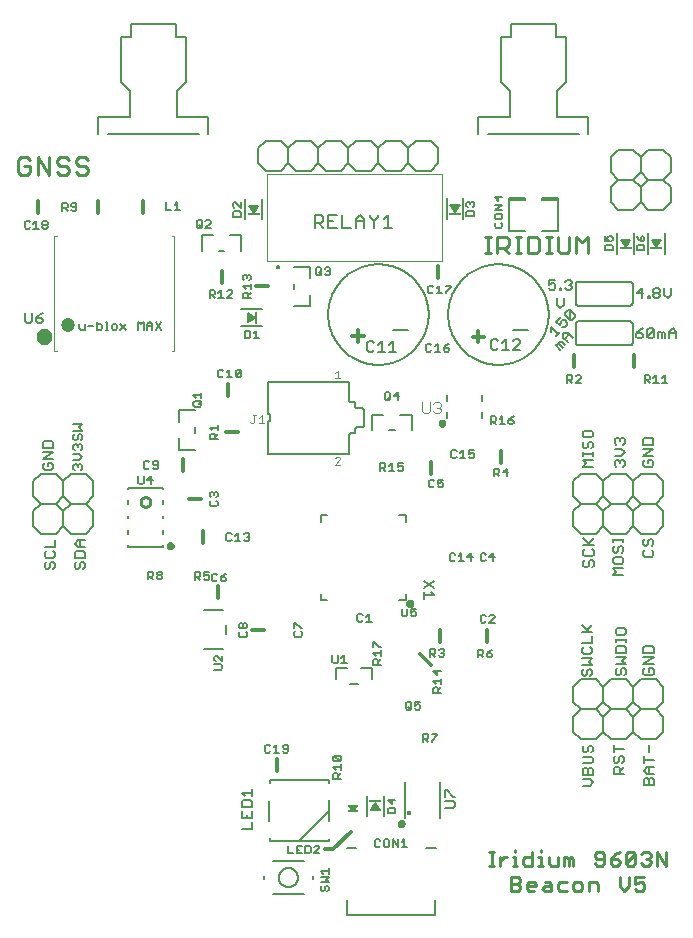
<source format=gbr>
G04 EAGLE Gerber X2 export*
%TF.Part,Single*%
%TF.FileFunction,Legend,Top,1*%
%TF.FilePolarity,Positive*%
%TF.GenerationSoftware,Autodesk,EAGLE,9.2.2*%
%TF.CreationDate,2019-01-17T14:04:39Z*%
G75*
%MOMM*%
%FSLAX34Y34*%
%LPD*%
%INSilkscreen Top*%
%AMOC8*
5,1,8,0,0,1.08239X$1,22.5*%
G01*
%ADD10C,0.254000*%
%ADD11C,0.635000*%
%ADD12C,0.152400*%
%ADD13C,0.177800*%
%ADD14C,0.330200*%
%ADD15C,0.304800*%
%ADD16C,0.203200*%
%ADD17R,0.200000X1.000000*%
%ADD18C,0.406400*%
%ADD19C,0.127000*%
%ADD20C,0.150000*%
%ADD21C,0.050800*%
%ADD22C,0.101600*%
%ADD23C,0.100000*%
%ADD24C,1.200000*%
%ADD25C,0.279400*%
%ADD26C,0.400000*%
%ADD27R,0.889000X0.190500*%
%ADD28R,1.000000X0.200000*%
%ADD29C,0.200000*%
%ADD30C,0.200000*%

G36*
X295949Y86870D02*
X295949Y86870D01*
X295954Y86870D01*
X296070Y86896D01*
X296186Y86921D01*
X296190Y86923D01*
X296194Y86924D01*
X296296Y86985D01*
X296398Y87046D01*
X296401Y87049D01*
X296404Y87051D01*
X296519Y87173D01*
X300329Y92253D01*
X300337Y92269D01*
X300350Y92282D01*
X300394Y92378D01*
X300443Y92471D01*
X300446Y92489D01*
X300453Y92505D01*
X300465Y92610D01*
X300481Y92714D01*
X300478Y92732D01*
X300480Y92749D01*
X300458Y92852D01*
X300440Y92957D01*
X300432Y92972D01*
X300428Y92990D01*
X300374Y93080D01*
X300324Y93174D01*
X300311Y93186D01*
X300302Y93201D01*
X300222Y93270D01*
X300145Y93342D01*
X300128Y93349D01*
X300115Y93361D01*
X300017Y93400D01*
X299921Y93444D01*
X299903Y93446D01*
X299887Y93453D01*
X299720Y93471D01*
X292100Y93471D01*
X292082Y93468D01*
X292065Y93470D01*
X291961Y93449D01*
X291857Y93432D01*
X291842Y93423D01*
X291824Y93420D01*
X291733Y93366D01*
X291640Y93316D01*
X291628Y93304D01*
X291612Y93295D01*
X291543Y93215D01*
X291471Y93138D01*
X291463Y93122D01*
X291451Y93108D01*
X291411Y93011D01*
X291367Y92915D01*
X291365Y92897D01*
X291358Y92881D01*
X291351Y92775D01*
X291340Y92671D01*
X291344Y92653D01*
X291342Y92635D01*
X291370Y92533D01*
X291392Y92430D01*
X291401Y92415D01*
X291406Y92398D01*
X291491Y92253D01*
X295301Y87173D01*
X295304Y87170D01*
X295306Y87167D01*
X295393Y87085D01*
X295478Y87003D01*
X295482Y87001D01*
X295485Y86998D01*
X295594Y86948D01*
X295701Y86898D01*
X295705Y86898D01*
X295709Y86896D01*
X295827Y86883D01*
X295945Y86870D01*
X295949Y86870D01*
G37*
G36*
X382386Y595847D02*
X382386Y595847D01*
X382413Y595847D01*
X382524Y595880D01*
X382637Y595906D01*
X382660Y595919D01*
X382686Y595926D01*
X382784Y595988D01*
X382885Y596045D01*
X382901Y596062D01*
X382926Y596078D01*
X383111Y596285D01*
X383115Y596289D01*
X385115Y599289D01*
X385146Y599354D01*
X385186Y599414D01*
X385207Y599482D01*
X385238Y599546D01*
X385250Y599616D01*
X385271Y599685D01*
X385273Y599756D01*
X385285Y599826D01*
X385277Y599897D01*
X385279Y599969D01*
X385261Y600038D01*
X385252Y600108D01*
X385225Y600175D01*
X385207Y600244D01*
X385170Y600305D01*
X385143Y600371D01*
X385098Y600427D01*
X385062Y600488D01*
X385010Y600537D01*
X384965Y600593D01*
X384907Y600634D01*
X384854Y600683D01*
X384791Y600715D01*
X384733Y600756D01*
X384665Y600780D01*
X384601Y600812D01*
X384542Y600822D01*
X384464Y600849D01*
X384345Y600855D01*
X384270Y600868D01*
X380270Y600868D01*
X380199Y600858D01*
X380127Y600858D01*
X380059Y600838D01*
X379989Y600828D01*
X379923Y600799D01*
X379854Y600779D01*
X379794Y600741D01*
X379729Y600712D01*
X379674Y600665D01*
X379614Y600627D01*
X379566Y600574D01*
X379512Y600528D01*
X379472Y600468D01*
X379425Y600415D01*
X379394Y600351D01*
X379355Y600291D01*
X379333Y600223D01*
X379302Y600158D01*
X379290Y600088D01*
X379269Y600020D01*
X379267Y599949D01*
X379255Y599878D01*
X379263Y599807D01*
X379261Y599736D01*
X379280Y599667D01*
X379288Y599596D01*
X379313Y599540D01*
X379333Y599461D01*
X379394Y599359D01*
X379425Y599289D01*
X381425Y596289D01*
X381502Y596203D01*
X381575Y596113D01*
X381597Y596097D01*
X381615Y596077D01*
X381712Y596016D01*
X381807Y595949D01*
X381833Y595940D01*
X381855Y595926D01*
X381966Y595894D01*
X382076Y595856D01*
X382103Y595855D01*
X382128Y595847D01*
X382244Y595847D01*
X382360Y595841D01*
X382386Y595847D01*
G37*
G36*
X211888Y595530D02*
X211888Y595530D01*
X211915Y595530D01*
X212027Y595562D01*
X212139Y595588D01*
X212163Y595601D01*
X212188Y595609D01*
X212286Y595671D01*
X212387Y595727D01*
X212404Y595745D01*
X212429Y595760D01*
X212614Y595968D01*
X212617Y595972D01*
X214617Y598972D01*
X214648Y599036D01*
X214688Y599096D01*
X214710Y599164D01*
X214740Y599228D01*
X214752Y599299D01*
X214774Y599367D01*
X214776Y599438D01*
X214787Y599509D01*
X214779Y599580D01*
X214781Y599651D01*
X214763Y599720D01*
X214755Y599791D01*
X214727Y599857D01*
X214709Y599926D01*
X214673Y599987D01*
X214646Y600053D01*
X214601Y600109D01*
X214564Y600171D01*
X214512Y600220D01*
X214468Y600275D01*
X214409Y600316D01*
X214357Y600365D01*
X214293Y600398D01*
X214235Y600439D01*
X214167Y600462D01*
X214104Y600495D01*
X214044Y600505D01*
X213966Y600532D01*
X213847Y600538D01*
X213773Y600550D01*
X209773Y600550D01*
X209702Y600540D01*
X209630Y600540D01*
X209561Y600520D01*
X209491Y600510D01*
X209426Y600481D01*
X209357Y600461D01*
X209297Y600423D01*
X209232Y600394D01*
X209177Y600348D01*
X209116Y600310D01*
X209069Y600257D01*
X209015Y600211D01*
X208975Y600151D01*
X208927Y600097D01*
X208896Y600033D01*
X208857Y599974D01*
X208835Y599906D01*
X208804Y599841D01*
X208793Y599771D01*
X208771Y599703D01*
X208769Y599631D01*
X208758Y599561D01*
X208766Y599490D01*
X208764Y599419D01*
X208782Y599349D01*
X208790Y599278D01*
X208815Y599223D01*
X208836Y599144D01*
X208897Y599041D01*
X208928Y598972D01*
X210928Y595972D01*
X211005Y595885D01*
X211077Y595795D01*
X211099Y595780D01*
X211117Y595760D01*
X211215Y595698D01*
X211310Y595631D01*
X211335Y595623D01*
X211358Y595608D01*
X211469Y595576D01*
X211579Y595538D01*
X211605Y595537D01*
X211631Y595530D01*
X211747Y595530D01*
X211862Y595524D01*
X211888Y595530D01*
G37*
G36*
X552883Y566637D02*
X552883Y566637D01*
X552910Y566637D01*
X553022Y566670D01*
X553134Y566696D01*
X553158Y566709D01*
X553183Y566716D01*
X553281Y566778D01*
X553382Y566835D01*
X553399Y566852D01*
X553424Y566868D01*
X553609Y567075D01*
X553612Y567079D01*
X555612Y570079D01*
X555643Y570144D01*
X555683Y570204D01*
X555705Y570272D01*
X555735Y570336D01*
X555747Y570406D01*
X555769Y570475D01*
X555771Y570546D01*
X555782Y570616D01*
X555774Y570687D01*
X555776Y570759D01*
X555758Y570828D01*
X555750Y570898D01*
X555722Y570965D01*
X555704Y571034D01*
X555668Y571095D01*
X555641Y571161D01*
X555596Y571217D01*
X555559Y571278D01*
X555507Y571327D01*
X555463Y571383D01*
X555404Y571424D01*
X555352Y571473D01*
X555288Y571505D01*
X555230Y571546D01*
X555162Y571570D01*
X555099Y571602D01*
X555039Y571612D01*
X554961Y571639D01*
X554842Y571645D01*
X554768Y571658D01*
X550768Y571658D01*
X550697Y571648D01*
X550625Y571648D01*
X550556Y571628D01*
X550486Y571618D01*
X550421Y571589D01*
X550352Y571569D01*
X550292Y571531D01*
X550227Y571502D01*
X550172Y571455D01*
X550111Y571417D01*
X550064Y571364D01*
X550010Y571318D01*
X549970Y571258D01*
X549922Y571205D01*
X549891Y571141D01*
X549852Y571081D01*
X549830Y571013D01*
X549799Y570948D01*
X549788Y570878D01*
X549766Y570810D01*
X549764Y570739D01*
X549753Y570668D01*
X549761Y570597D01*
X549759Y570526D01*
X549777Y570457D01*
X549785Y570386D01*
X549810Y570330D01*
X549831Y570251D01*
X549892Y570149D01*
X549923Y570079D01*
X551923Y567079D01*
X552000Y566993D01*
X552072Y566903D01*
X552094Y566887D01*
X552112Y566867D01*
X552210Y566806D01*
X552305Y566739D01*
X552330Y566730D01*
X552353Y566716D01*
X552464Y566684D01*
X552574Y566646D01*
X552600Y566645D01*
X552626Y566637D01*
X552742Y566637D01*
X552857Y566631D01*
X552883Y566637D01*
G37*
G36*
X526848Y566637D02*
X526848Y566637D01*
X526875Y566637D01*
X526987Y566670D01*
X527099Y566696D01*
X527123Y566709D01*
X527148Y566716D01*
X527246Y566778D01*
X527347Y566835D01*
X527364Y566852D01*
X527389Y566868D01*
X527574Y567075D01*
X527577Y567079D01*
X529577Y570079D01*
X529608Y570144D01*
X529648Y570204D01*
X529670Y570272D01*
X529700Y570336D01*
X529712Y570406D01*
X529734Y570475D01*
X529736Y570546D01*
X529747Y570616D01*
X529739Y570687D01*
X529741Y570759D01*
X529723Y570828D01*
X529715Y570898D01*
X529687Y570965D01*
X529669Y571034D01*
X529633Y571095D01*
X529606Y571161D01*
X529561Y571217D01*
X529524Y571278D01*
X529472Y571327D01*
X529428Y571383D01*
X529369Y571424D01*
X529317Y571473D01*
X529253Y571505D01*
X529195Y571546D01*
X529127Y571570D01*
X529064Y571602D01*
X529004Y571612D01*
X528926Y571639D01*
X528807Y571645D01*
X528733Y571658D01*
X524733Y571658D01*
X524662Y571648D01*
X524590Y571648D01*
X524521Y571628D01*
X524451Y571618D01*
X524386Y571589D01*
X524317Y571569D01*
X524257Y571531D01*
X524192Y571502D01*
X524137Y571455D01*
X524076Y571417D01*
X524029Y571364D01*
X523975Y571318D01*
X523935Y571258D01*
X523887Y571205D01*
X523856Y571141D01*
X523817Y571081D01*
X523795Y571013D01*
X523764Y570948D01*
X523753Y570878D01*
X523731Y570810D01*
X523729Y570739D01*
X523718Y570668D01*
X523726Y570597D01*
X523724Y570526D01*
X523742Y570457D01*
X523750Y570386D01*
X523775Y570330D01*
X523796Y570251D01*
X523857Y570149D01*
X523888Y570079D01*
X525888Y567079D01*
X525965Y566993D01*
X526037Y566903D01*
X526059Y566887D01*
X526077Y566867D01*
X526175Y566806D01*
X526270Y566739D01*
X526295Y566730D01*
X526318Y566716D01*
X526429Y566684D01*
X526539Y566646D01*
X526565Y566645D01*
X526591Y566637D01*
X526707Y566637D01*
X526822Y566631D01*
X526848Y566637D01*
G37*
G36*
X207913Y502771D02*
X207913Y502771D01*
X207984Y502769D01*
X208053Y502787D01*
X208124Y502795D01*
X208180Y502820D01*
X208259Y502841D01*
X208361Y502902D01*
X208431Y502933D01*
X211431Y504933D01*
X211517Y505010D01*
X211608Y505082D01*
X211623Y505104D01*
X211643Y505122D01*
X211704Y505220D01*
X211771Y505315D01*
X211780Y505340D01*
X211794Y505363D01*
X211826Y505474D01*
X211864Y505584D01*
X211865Y505610D01*
X211873Y505636D01*
X211873Y505752D01*
X211879Y505867D01*
X211873Y505893D01*
X211873Y505920D01*
X211840Y506032D01*
X211814Y506144D01*
X211801Y506168D01*
X211794Y506193D01*
X211732Y506291D01*
X211675Y506392D01*
X211658Y506409D01*
X211642Y506434D01*
X211435Y506619D01*
X211431Y506622D01*
X208431Y508622D01*
X208366Y508653D01*
X208306Y508693D01*
X208238Y508715D01*
X208174Y508745D01*
X208104Y508757D01*
X208035Y508779D01*
X207964Y508781D01*
X207894Y508792D01*
X207823Y508784D01*
X207751Y508786D01*
X207682Y508768D01*
X207612Y508760D01*
X207545Y508732D01*
X207476Y508714D01*
X207415Y508678D01*
X207349Y508651D01*
X207293Y508606D01*
X207232Y508569D01*
X207183Y508517D01*
X207128Y508473D01*
X207086Y508414D01*
X207037Y508362D01*
X207005Y508298D01*
X206964Y508240D01*
X206940Y508172D01*
X206908Y508109D01*
X206898Y508049D01*
X206871Y507971D01*
X206865Y507852D01*
X206852Y507778D01*
X206852Y503778D01*
X206862Y503707D01*
X206862Y503635D01*
X206882Y503566D01*
X206892Y503496D01*
X206921Y503431D01*
X206941Y503362D01*
X206979Y503302D01*
X207008Y503237D01*
X207055Y503182D01*
X207093Y503121D01*
X207146Y503074D01*
X207192Y503020D01*
X207252Y502980D01*
X207305Y502932D01*
X207369Y502901D01*
X207429Y502862D01*
X207497Y502840D01*
X207562Y502809D01*
X207632Y502798D01*
X207700Y502776D01*
X207771Y502774D01*
X207842Y502763D01*
X207913Y502771D01*
G37*
G36*
X317031Y89070D02*
X317031Y89070D01*
X317103Y89070D01*
X317171Y89090D01*
X317242Y89100D01*
X317307Y89129D01*
X317376Y89149D01*
X317436Y89187D01*
X317501Y89216D01*
X317556Y89262D01*
X317616Y89300D01*
X317664Y89354D01*
X317718Y89400D01*
X317758Y89459D01*
X317805Y89513D01*
X317836Y89577D01*
X317876Y89636D01*
X317897Y89705D01*
X317928Y89769D01*
X317940Y89839D01*
X317961Y89907D01*
X317963Y89979D01*
X317975Y90050D01*
X317967Y90120D01*
X317969Y90191D01*
X317950Y90261D01*
X317942Y90332D01*
X317917Y90387D01*
X317897Y90466D01*
X317836Y90569D01*
X317805Y90638D01*
X315805Y93638D01*
X315728Y93725D01*
X315655Y93815D01*
X315633Y93830D01*
X315615Y93850D01*
X315518Y93912D01*
X315423Y93979D01*
X315397Y93987D01*
X315375Y94002D01*
X315264Y94034D01*
X315154Y94072D01*
X315127Y94073D01*
X315102Y94080D01*
X314986Y94080D01*
X314870Y94086D01*
X314844Y94080D01*
X314817Y94080D01*
X314706Y94048D01*
X314593Y94022D01*
X314570Y94009D01*
X314544Y94001D01*
X314446Y93939D01*
X314345Y93883D01*
X314329Y93865D01*
X314304Y93850D01*
X314119Y93642D01*
X314115Y93638D01*
X312115Y90638D01*
X312084Y90574D01*
X312045Y90514D01*
X312023Y90446D01*
X311992Y90382D01*
X311980Y90311D01*
X311959Y90243D01*
X311957Y90172D01*
X311945Y90102D01*
X311953Y90030D01*
X311951Y89959D01*
X311969Y89890D01*
X311978Y89819D01*
X312005Y89753D01*
X312023Y89684D01*
X312060Y89623D01*
X312087Y89557D01*
X312132Y89501D01*
X312169Y89439D01*
X312220Y89390D01*
X312265Y89335D01*
X312324Y89294D01*
X312376Y89245D01*
X312439Y89212D01*
X312497Y89171D01*
X312565Y89148D01*
X312629Y89115D01*
X312688Y89105D01*
X312766Y89078D01*
X312885Y89072D01*
X312960Y89060D01*
X316960Y89060D01*
X317031Y89070D01*
G37*
D10*
X411458Y41656D02*
X415356Y41656D01*
X413407Y41656D02*
X413407Y53350D01*
X411458Y53350D02*
X415356Y53350D01*
X420189Y49452D02*
X420189Y41656D01*
X420189Y45554D02*
X424087Y49452D01*
X426036Y49452D01*
X431104Y49452D02*
X433053Y49452D01*
X433053Y41656D01*
X431104Y41656D02*
X435002Y41656D01*
X433053Y53350D02*
X433053Y55299D01*
X447631Y53350D02*
X447631Y41656D01*
X441784Y41656D01*
X439835Y43605D01*
X439835Y47503D01*
X441784Y49452D01*
X447631Y49452D01*
X452932Y49452D02*
X454881Y49452D01*
X454881Y41656D01*
X452932Y41656D02*
X456830Y41656D01*
X454881Y53350D02*
X454881Y55299D01*
X461664Y49452D02*
X461664Y43605D01*
X463613Y41656D01*
X469460Y41656D01*
X469460Y49452D01*
X474761Y49452D02*
X474761Y41656D01*
X474761Y49452D02*
X476710Y49452D01*
X478659Y47503D01*
X478659Y41656D01*
X478659Y47503D02*
X480608Y49452D01*
X482557Y47503D01*
X482557Y41656D01*
X500956Y43605D02*
X502905Y41656D01*
X506803Y41656D01*
X508752Y43605D01*
X508752Y51401D01*
X506803Y53350D01*
X502905Y53350D01*
X500956Y51401D01*
X500956Y49452D01*
X502905Y47503D01*
X508752Y47503D01*
X517951Y51401D02*
X521849Y53350D01*
X517951Y51401D02*
X514053Y47503D01*
X514053Y43605D01*
X516002Y41656D01*
X519900Y41656D01*
X521849Y43605D01*
X521849Y45554D01*
X519900Y47503D01*
X514053Y47503D01*
X527150Y43605D02*
X527150Y51401D01*
X529099Y53350D01*
X532997Y53350D01*
X534946Y51401D01*
X534946Y43605D01*
X532997Y41656D01*
X529099Y41656D01*
X527150Y43605D01*
X534946Y51401D01*
X540247Y51401D02*
X542196Y53350D01*
X546094Y53350D01*
X548043Y51401D01*
X548043Y49452D01*
X546094Y47503D01*
X544145Y47503D01*
X546094Y47503D02*
X548043Y45554D01*
X548043Y43605D01*
X546094Y41656D01*
X542196Y41656D01*
X540247Y43605D01*
X553345Y41656D02*
X553345Y53350D01*
X561141Y41656D01*
X561141Y53350D01*
X430012Y32014D02*
X430012Y20320D01*
X430012Y32014D02*
X435859Y32014D01*
X437808Y30065D01*
X437808Y28116D01*
X435859Y26167D01*
X437808Y24218D01*
X437808Y22269D01*
X435859Y20320D01*
X430012Y20320D01*
X430012Y26167D02*
X435859Y26167D01*
X445059Y20320D02*
X448957Y20320D01*
X445059Y20320D02*
X443110Y22269D01*
X443110Y26167D01*
X445059Y28116D01*
X448957Y28116D01*
X450906Y26167D01*
X450906Y24218D01*
X443110Y24218D01*
X458156Y28116D02*
X462054Y28116D01*
X464003Y26167D01*
X464003Y20320D01*
X458156Y20320D01*
X456207Y22269D01*
X458156Y24218D01*
X464003Y24218D01*
X471253Y28116D02*
X477100Y28116D01*
X471253Y28116D02*
X469304Y26167D01*
X469304Y22269D01*
X471253Y20320D01*
X477100Y20320D01*
X484350Y20320D02*
X488248Y20320D01*
X490197Y22269D01*
X490197Y26167D01*
X488248Y28116D01*
X484350Y28116D01*
X482401Y26167D01*
X482401Y22269D01*
X484350Y20320D01*
X495499Y20320D02*
X495499Y28116D01*
X501346Y28116D01*
X503295Y26167D01*
X503295Y20320D01*
X521693Y24218D02*
X521693Y32014D01*
X521693Y24218D02*
X525591Y20320D01*
X529489Y24218D01*
X529489Y32014D01*
X534790Y32014D02*
X542586Y32014D01*
X534790Y32014D02*
X534790Y26167D01*
X538688Y28116D01*
X540637Y28116D01*
X542586Y26167D01*
X542586Y22269D01*
X540637Y20320D01*
X536739Y20320D01*
X534790Y22269D01*
D11*
X31750Y489268D02*
X31752Y489380D01*
X31758Y489492D01*
X31768Y489604D01*
X31782Y489715D01*
X31799Y489825D01*
X31821Y489935D01*
X31846Y490045D01*
X31876Y490153D01*
X31909Y490260D01*
X31946Y490366D01*
X31986Y490470D01*
X32031Y490573D01*
X32078Y490674D01*
X32130Y490774D01*
X32185Y490872D01*
X32243Y490967D01*
X32305Y491061D01*
X32370Y491152D01*
X32438Y491241D01*
X32509Y491328D01*
X32583Y491412D01*
X32660Y491493D01*
X32740Y491572D01*
X32823Y491647D01*
X32908Y491720D01*
X32996Y491790D01*
X33086Y491856D01*
X33179Y491920D01*
X33273Y491980D01*
X33370Y492036D01*
X33469Y492089D01*
X33569Y492139D01*
X33671Y492185D01*
X33775Y492227D01*
X33880Y492266D01*
X33987Y492301D01*
X34094Y492332D01*
X34203Y492360D01*
X34312Y492383D01*
X34423Y492403D01*
X34534Y492419D01*
X34645Y492431D01*
X34757Y492439D01*
X34869Y492443D01*
X34981Y492443D01*
X35093Y492439D01*
X35205Y492431D01*
X35316Y492419D01*
X35427Y492403D01*
X35538Y492383D01*
X35647Y492360D01*
X35756Y492332D01*
X35863Y492301D01*
X35970Y492266D01*
X36075Y492227D01*
X36179Y492185D01*
X36281Y492139D01*
X36381Y492089D01*
X36480Y492036D01*
X36577Y491980D01*
X36671Y491920D01*
X36764Y491856D01*
X36854Y491790D01*
X36942Y491720D01*
X37027Y491647D01*
X37110Y491572D01*
X37190Y491493D01*
X37267Y491412D01*
X37341Y491328D01*
X37412Y491241D01*
X37480Y491152D01*
X37545Y491061D01*
X37607Y490967D01*
X37665Y490872D01*
X37720Y490774D01*
X37772Y490674D01*
X37819Y490573D01*
X37864Y490470D01*
X37904Y490366D01*
X37941Y490260D01*
X37974Y490153D01*
X38004Y490045D01*
X38029Y489935D01*
X38051Y489825D01*
X38068Y489715D01*
X38082Y489604D01*
X38092Y489492D01*
X38098Y489380D01*
X38100Y489268D01*
X38098Y489156D01*
X38092Y489044D01*
X38082Y488932D01*
X38068Y488821D01*
X38051Y488711D01*
X38029Y488601D01*
X38004Y488491D01*
X37974Y488383D01*
X37941Y488276D01*
X37904Y488170D01*
X37864Y488066D01*
X37819Y487963D01*
X37772Y487862D01*
X37720Y487762D01*
X37665Y487664D01*
X37607Y487569D01*
X37545Y487475D01*
X37480Y487384D01*
X37412Y487295D01*
X37341Y487208D01*
X37267Y487124D01*
X37190Y487043D01*
X37110Y486964D01*
X37027Y486889D01*
X36942Y486816D01*
X36854Y486746D01*
X36764Y486680D01*
X36671Y486616D01*
X36577Y486556D01*
X36480Y486500D01*
X36381Y486447D01*
X36281Y486397D01*
X36179Y486351D01*
X36075Y486309D01*
X35970Y486270D01*
X35863Y486235D01*
X35756Y486204D01*
X35647Y486176D01*
X35538Y486153D01*
X35427Y486133D01*
X35316Y486117D01*
X35205Y486105D01*
X35093Y486097D01*
X34981Y486093D01*
X34869Y486093D01*
X34757Y486097D01*
X34645Y486105D01*
X34534Y486117D01*
X34423Y486133D01*
X34312Y486153D01*
X34203Y486176D01*
X34094Y486204D01*
X33987Y486235D01*
X33880Y486270D01*
X33775Y486309D01*
X33671Y486351D01*
X33569Y486397D01*
X33469Y486447D01*
X33370Y486500D01*
X33273Y486556D01*
X33179Y486616D01*
X33086Y486680D01*
X32996Y486746D01*
X32908Y486816D01*
X32823Y486889D01*
X32740Y486964D01*
X32660Y487043D01*
X32583Y487124D01*
X32509Y487208D01*
X32438Y487295D01*
X32370Y487384D01*
X32305Y487475D01*
X32243Y487569D01*
X32185Y487664D01*
X32130Y487762D01*
X32078Y487862D01*
X32031Y487963D01*
X31986Y488066D01*
X31946Y488170D01*
X31909Y488276D01*
X31876Y488383D01*
X31846Y488491D01*
X31821Y488601D01*
X31799Y488711D01*
X31782Y488821D01*
X31768Y488932D01*
X31758Y489044D01*
X31752Y489156D01*
X31750Y489268D01*
D12*
X18225Y502583D02*
X18225Y509785D01*
X18225Y502583D02*
X19665Y501142D01*
X22546Y501142D01*
X23987Y502583D01*
X23987Y509785D01*
X30461Y508345D02*
X33342Y509785D01*
X30461Y508345D02*
X27580Y505464D01*
X27580Y502583D01*
X29020Y501142D01*
X31901Y501142D01*
X33342Y502583D01*
X33342Y504023D01*
X31901Y505464D01*
X27580Y505464D01*
D13*
X461635Y537598D02*
X467228Y537598D01*
X461635Y537598D02*
X461635Y533404D01*
X464431Y534802D01*
X465830Y534802D01*
X467228Y533404D01*
X467228Y530607D01*
X465830Y529209D01*
X463033Y529209D01*
X461635Y530607D01*
X470990Y530607D02*
X470990Y529209D01*
X470990Y530607D02*
X472388Y530607D01*
X472388Y529209D01*
X470990Y529209D01*
X475668Y536200D02*
X477066Y537598D01*
X479862Y537598D01*
X481261Y536200D01*
X481261Y534802D01*
X479862Y533404D01*
X478464Y533404D01*
X479862Y533404D02*
X481261Y532005D01*
X481261Y530607D01*
X479862Y529209D01*
X477066Y529209D01*
X475668Y530607D01*
X468651Y522358D02*
X468651Y516765D01*
X471448Y513969D01*
X474244Y516765D01*
X474244Y522358D01*
X540527Y522224D02*
X540527Y530613D01*
X536332Y526419D01*
X541925Y526419D01*
X545688Y523622D02*
X545688Y522224D01*
X545688Y523622D02*
X547086Y523622D01*
X547086Y522224D01*
X545688Y522224D01*
X550365Y529215D02*
X551763Y530613D01*
X554560Y530613D01*
X555958Y529215D01*
X555958Y527817D01*
X554560Y526419D01*
X555958Y525020D01*
X555958Y523622D01*
X554560Y522224D01*
X551763Y522224D01*
X550365Y523622D01*
X550365Y525020D01*
X551763Y526419D01*
X550365Y527817D01*
X550365Y529215D01*
X551763Y526419D02*
X554560Y526419D01*
X559720Y525020D02*
X559720Y530613D01*
X559720Y525020D02*
X562517Y522224D01*
X565313Y525020D01*
X565313Y530613D01*
X463643Y497719D02*
X463643Y493764D01*
X463643Y497719D02*
X469575Y491787D01*
X471552Y493764D02*
X467597Y489810D01*
X468280Y502357D02*
X472235Y506311D01*
X468280Y502357D02*
X471246Y499391D01*
X472235Y502357D01*
X473224Y503345D01*
X475201Y503345D01*
X477178Y501368D01*
X477178Y499391D01*
X475201Y497413D01*
X473224Y497413D01*
X479839Y504028D02*
X475884Y507983D01*
X475884Y509960D01*
X477861Y511938D01*
X479839Y511938D01*
X483793Y507983D01*
X483793Y506006D01*
X481816Y504028D01*
X479839Y504028D01*
X479839Y511938D01*
X538695Y495242D02*
X541491Y496641D01*
X538695Y495242D02*
X535899Y492446D01*
X535899Y489650D01*
X537297Y488252D01*
X540093Y488252D01*
X541491Y489650D01*
X541491Y491048D01*
X540093Y492446D01*
X535899Y492446D01*
X545254Y489650D02*
X545254Y495242D01*
X546652Y496641D01*
X549448Y496641D01*
X550847Y495242D01*
X550847Y489650D01*
X549448Y488252D01*
X546652Y488252D01*
X545254Y489650D01*
X550847Y495242D01*
X554609Y493844D02*
X554609Y488252D01*
X554609Y493844D02*
X556007Y493844D01*
X557405Y492446D01*
X557405Y488252D01*
X557405Y492446D02*
X558804Y493844D01*
X560202Y492446D01*
X560202Y488252D01*
X563964Y488252D02*
X563964Y493844D01*
X566761Y496641D01*
X569557Y493844D01*
X569557Y488252D01*
X569557Y492446D02*
X563964Y492446D01*
D14*
X305068Y490226D02*
X295408Y490226D01*
X300238Y495056D02*
X300238Y485396D01*
X397325Y489591D02*
X406985Y489591D01*
X402155Y494421D02*
X402155Y484761D01*
D15*
X370205Y415925D02*
X370207Y416004D01*
X370213Y416083D01*
X370223Y416162D01*
X370236Y416240D01*
X370254Y416317D01*
X370276Y416393D01*
X370301Y416468D01*
X370330Y416542D01*
X370362Y416614D01*
X370398Y416684D01*
X370438Y416753D01*
X370481Y416820D01*
X370527Y416884D01*
X370577Y416946D01*
X370629Y417005D01*
X370684Y417062D01*
X370742Y417116D01*
X370803Y417167D01*
X370866Y417214D01*
X370931Y417259D01*
X370999Y417300D01*
X371069Y417338D01*
X371140Y417372D01*
X371213Y417403D01*
X371287Y417430D01*
X371363Y417454D01*
X371440Y417473D01*
X371517Y417489D01*
X371596Y417501D01*
X371674Y417509D01*
X371753Y417513D01*
X371833Y417513D01*
X371912Y417509D01*
X371990Y417501D01*
X372069Y417489D01*
X372146Y417473D01*
X372223Y417454D01*
X372299Y417430D01*
X372373Y417403D01*
X372446Y417372D01*
X372517Y417338D01*
X372587Y417300D01*
X372655Y417259D01*
X372720Y417214D01*
X372783Y417167D01*
X372844Y417116D01*
X372902Y417062D01*
X372957Y417005D01*
X373009Y416946D01*
X373059Y416884D01*
X373105Y416820D01*
X373148Y416753D01*
X373188Y416684D01*
X373224Y416614D01*
X373256Y416542D01*
X373285Y416468D01*
X373310Y416393D01*
X373332Y416317D01*
X373350Y416240D01*
X373363Y416162D01*
X373373Y416083D01*
X373379Y416004D01*
X373381Y415925D01*
X373379Y415846D01*
X373373Y415767D01*
X373363Y415688D01*
X373350Y415610D01*
X373332Y415533D01*
X373310Y415457D01*
X373285Y415382D01*
X373256Y415308D01*
X373224Y415236D01*
X373188Y415166D01*
X373148Y415097D01*
X373105Y415030D01*
X373059Y414966D01*
X373009Y414904D01*
X372957Y414845D01*
X372902Y414788D01*
X372844Y414734D01*
X372783Y414683D01*
X372720Y414636D01*
X372655Y414591D01*
X372587Y414550D01*
X372517Y414512D01*
X372446Y414478D01*
X372373Y414447D01*
X372299Y414420D01*
X372223Y414396D01*
X372146Y414377D01*
X372069Y414361D01*
X371990Y414349D01*
X371912Y414341D01*
X371833Y414337D01*
X371753Y414337D01*
X371674Y414341D01*
X371596Y414349D01*
X371517Y414361D01*
X371440Y414377D01*
X371363Y414396D01*
X371287Y414420D01*
X371213Y414447D01*
X371140Y414478D01*
X371069Y414512D01*
X370999Y414550D01*
X370931Y414591D01*
X370866Y414636D01*
X370803Y414683D01*
X370742Y414734D01*
X370684Y414788D01*
X370629Y414845D01*
X370577Y414904D01*
X370527Y414966D01*
X370481Y415030D01*
X370438Y415097D01*
X370398Y415166D01*
X370362Y415236D01*
X370330Y415308D01*
X370301Y415382D01*
X370276Y415457D01*
X370254Y415533D01*
X370236Y415610D01*
X370223Y415688D01*
X370213Y415767D01*
X370207Y415846D01*
X370205Y415925D01*
X335597Y76835D02*
X335599Y76914D01*
X335605Y76993D01*
X335615Y77072D01*
X335628Y77150D01*
X335646Y77227D01*
X335668Y77303D01*
X335693Y77378D01*
X335722Y77452D01*
X335754Y77524D01*
X335790Y77594D01*
X335830Y77663D01*
X335873Y77730D01*
X335919Y77794D01*
X335969Y77856D01*
X336021Y77915D01*
X336076Y77972D01*
X336134Y78026D01*
X336195Y78077D01*
X336258Y78124D01*
X336323Y78169D01*
X336391Y78210D01*
X336461Y78248D01*
X336532Y78282D01*
X336605Y78313D01*
X336679Y78340D01*
X336755Y78364D01*
X336832Y78383D01*
X336909Y78399D01*
X336988Y78411D01*
X337066Y78419D01*
X337145Y78423D01*
X337225Y78423D01*
X337304Y78419D01*
X337382Y78411D01*
X337461Y78399D01*
X337538Y78383D01*
X337615Y78364D01*
X337691Y78340D01*
X337765Y78313D01*
X337838Y78282D01*
X337909Y78248D01*
X337979Y78210D01*
X338047Y78169D01*
X338112Y78124D01*
X338175Y78077D01*
X338236Y78026D01*
X338294Y77972D01*
X338349Y77915D01*
X338401Y77856D01*
X338451Y77794D01*
X338497Y77730D01*
X338540Y77663D01*
X338580Y77594D01*
X338616Y77524D01*
X338648Y77452D01*
X338677Y77378D01*
X338702Y77303D01*
X338724Y77227D01*
X338742Y77150D01*
X338755Y77072D01*
X338765Y76993D01*
X338771Y76914D01*
X338773Y76835D01*
X338771Y76756D01*
X338765Y76677D01*
X338755Y76598D01*
X338742Y76520D01*
X338724Y76443D01*
X338702Y76367D01*
X338677Y76292D01*
X338648Y76218D01*
X338616Y76146D01*
X338580Y76076D01*
X338540Y76007D01*
X338497Y75940D01*
X338451Y75876D01*
X338401Y75814D01*
X338349Y75755D01*
X338294Y75698D01*
X338236Y75644D01*
X338175Y75593D01*
X338112Y75546D01*
X338047Y75501D01*
X337979Y75460D01*
X337909Y75422D01*
X337838Y75388D01*
X337765Y75357D01*
X337691Y75330D01*
X337615Y75306D01*
X337538Y75287D01*
X337461Y75271D01*
X337382Y75259D01*
X337304Y75251D01*
X337225Y75247D01*
X337145Y75247D01*
X337066Y75251D01*
X336988Y75259D01*
X336909Y75271D01*
X336832Y75287D01*
X336755Y75306D01*
X336679Y75330D01*
X336605Y75357D01*
X336532Y75388D01*
X336461Y75422D01*
X336391Y75460D01*
X336323Y75501D01*
X336258Y75546D01*
X336195Y75593D01*
X336134Y75644D01*
X336076Y75698D01*
X336021Y75755D01*
X335969Y75814D01*
X335919Y75876D01*
X335873Y75940D01*
X335830Y76007D01*
X335790Y76076D01*
X335754Y76146D01*
X335722Y76218D01*
X335693Y76292D01*
X335668Y76367D01*
X335646Y76443D01*
X335628Y76520D01*
X335615Y76598D01*
X335605Y76677D01*
X335599Y76756D01*
X335597Y76835D01*
X279400Y55563D02*
X272098Y55563D01*
X279400Y55563D02*
X294323Y70485D01*
X140017Y312103D02*
X140019Y312182D01*
X140025Y312261D01*
X140035Y312340D01*
X140048Y312418D01*
X140066Y312495D01*
X140088Y312571D01*
X140113Y312646D01*
X140142Y312720D01*
X140174Y312792D01*
X140210Y312862D01*
X140250Y312931D01*
X140293Y312998D01*
X140339Y313062D01*
X140389Y313124D01*
X140441Y313183D01*
X140496Y313240D01*
X140554Y313294D01*
X140615Y313345D01*
X140678Y313392D01*
X140743Y313437D01*
X140811Y313478D01*
X140881Y313516D01*
X140952Y313550D01*
X141025Y313581D01*
X141099Y313608D01*
X141175Y313632D01*
X141252Y313651D01*
X141329Y313667D01*
X141408Y313679D01*
X141486Y313687D01*
X141565Y313691D01*
X141645Y313691D01*
X141724Y313687D01*
X141802Y313679D01*
X141881Y313667D01*
X141958Y313651D01*
X142035Y313632D01*
X142111Y313608D01*
X142185Y313581D01*
X142258Y313550D01*
X142329Y313516D01*
X142399Y313478D01*
X142467Y313437D01*
X142532Y313392D01*
X142595Y313345D01*
X142656Y313294D01*
X142714Y313240D01*
X142769Y313183D01*
X142821Y313124D01*
X142871Y313062D01*
X142917Y312998D01*
X142960Y312931D01*
X143000Y312862D01*
X143036Y312792D01*
X143068Y312720D01*
X143097Y312646D01*
X143122Y312571D01*
X143144Y312495D01*
X143162Y312418D01*
X143175Y312340D01*
X143185Y312261D01*
X143191Y312182D01*
X143193Y312103D01*
X143191Y312024D01*
X143185Y311945D01*
X143175Y311866D01*
X143162Y311788D01*
X143144Y311711D01*
X143122Y311635D01*
X143097Y311560D01*
X143068Y311486D01*
X143036Y311414D01*
X143000Y311344D01*
X142960Y311275D01*
X142917Y311208D01*
X142871Y311144D01*
X142821Y311082D01*
X142769Y311023D01*
X142714Y310966D01*
X142656Y310912D01*
X142595Y310861D01*
X142532Y310814D01*
X142467Y310769D01*
X142399Y310728D01*
X142329Y310690D01*
X142258Y310656D01*
X142185Y310625D01*
X142111Y310598D01*
X142035Y310574D01*
X141958Y310555D01*
X141881Y310539D01*
X141802Y310527D01*
X141724Y310519D01*
X141645Y310515D01*
X141565Y310515D01*
X141486Y310519D01*
X141408Y310527D01*
X141329Y310539D01*
X141252Y310555D01*
X141175Y310574D01*
X141099Y310598D01*
X141025Y310625D01*
X140952Y310656D01*
X140881Y310690D01*
X140811Y310728D01*
X140743Y310769D01*
X140678Y310814D01*
X140615Y310861D01*
X140554Y310912D01*
X140496Y310966D01*
X140441Y311023D01*
X140389Y311082D01*
X140339Y311144D01*
X140293Y311208D01*
X140250Y311275D01*
X140210Y311344D01*
X140174Y311414D01*
X140142Y311486D01*
X140113Y311560D01*
X140088Y311635D01*
X140066Y311711D01*
X140048Y311788D01*
X140035Y311866D01*
X140025Y311945D01*
X140019Y312024D01*
X140017Y312103D01*
D13*
X467585Y482149D02*
X471540Y478195D01*
X467585Y482149D02*
X468574Y483138D01*
X470551Y483138D01*
X473517Y480172D01*
X470551Y483138D02*
X470551Y485115D01*
X472529Y485115D01*
X475495Y482149D01*
X478155Y484810D02*
X474200Y488764D01*
X474200Y492719D01*
X478155Y492719D01*
X482110Y488764D01*
X479144Y491730D02*
X475189Y487776D01*
D15*
X352425Y220980D02*
X361950Y211455D01*
D10*
X116269Y349568D02*
X116271Y349695D01*
X116277Y349822D01*
X116287Y349949D01*
X116301Y350075D01*
X116319Y350201D01*
X116340Y350326D01*
X116366Y350450D01*
X116395Y350574D01*
X116429Y350696D01*
X116466Y350818D01*
X116507Y350938D01*
X116552Y351057D01*
X116600Y351174D01*
X116652Y351290D01*
X116708Y351405D01*
X116767Y351517D01*
X116829Y351627D01*
X116896Y351736D01*
X116965Y351842D01*
X117038Y351946D01*
X117114Y352048D01*
X117193Y352148D01*
X117275Y352245D01*
X117360Y352339D01*
X117448Y352430D01*
X117539Y352519D01*
X117633Y352605D01*
X117729Y352688D01*
X117828Y352768D01*
X117929Y352845D01*
X118032Y352918D01*
X118138Y352988D01*
X118246Y353055D01*
X118356Y353119D01*
X118468Y353179D01*
X118582Y353235D01*
X118697Y353288D01*
X118815Y353338D01*
X118933Y353383D01*
X119053Y353425D01*
X119174Y353463D01*
X119297Y353498D01*
X119420Y353528D01*
X119544Y353555D01*
X119669Y353577D01*
X119795Y353596D01*
X119921Y353611D01*
X120047Y353622D01*
X120174Y353629D01*
X120301Y353632D01*
X120428Y353631D01*
X120555Y353626D01*
X120682Y353617D01*
X120808Y353604D01*
X120934Y353587D01*
X121060Y353567D01*
X121184Y353542D01*
X121308Y353513D01*
X121431Y353481D01*
X121553Y353445D01*
X121673Y353405D01*
X121792Y353361D01*
X121910Y353313D01*
X122026Y353262D01*
X122141Y353208D01*
X122254Y353149D01*
X122365Y353088D01*
X122474Y353022D01*
X122581Y352954D01*
X122686Y352882D01*
X122788Y352807D01*
X122888Y352728D01*
X122986Y352647D01*
X123081Y352563D01*
X123173Y352475D01*
X123262Y352385D01*
X123349Y352292D01*
X123433Y352196D01*
X123513Y352098D01*
X123591Y351998D01*
X123665Y351895D01*
X123736Y351789D01*
X123804Y351682D01*
X123868Y351572D01*
X123929Y351461D01*
X123987Y351348D01*
X124040Y351233D01*
X124091Y351116D01*
X124137Y350998D01*
X124180Y350878D01*
X124219Y350757D01*
X124254Y350635D01*
X124286Y350512D01*
X124313Y350388D01*
X124337Y350263D01*
X124357Y350138D01*
X124373Y350012D01*
X124385Y349885D01*
X124393Y349758D01*
X124397Y349632D01*
X124397Y349504D01*
X124393Y349378D01*
X124385Y349251D01*
X124373Y349124D01*
X124357Y348998D01*
X124337Y348873D01*
X124313Y348748D01*
X124286Y348624D01*
X124254Y348501D01*
X124219Y348379D01*
X124180Y348258D01*
X124137Y348138D01*
X124091Y348020D01*
X124040Y347903D01*
X123987Y347788D01*
X123929Y347675D01*
X123868Y347564D01*
X123804Y347454D01*
X123736Y347347D01*
X123665Y347241D01*
X123591Y347138D01*
X123513Y347038D01*
X123433Y346940D01*
X123349Y346844D01*
X123262Y346751D01*
X123173Y346661D01*
X123081Y346573D01*
X122986Y346489D01*
X122888Y346408D01*
X122788Y346329D01*
X122686Y346254D01*
X122581Y346182D01*
X122474Y346114D01*
X122365Y346048D01*
X122254Y345987D01*
X122141Y345928D01*
X122026Y345874D01*
X121910Y345823D01*
X121792Y345775D01*
X121673Y345731D01*
X121553Y345691D01*
X121431Y345655D01*
X121308Y345623D01*
X121184Y345594D01*
X121060Y345569D01*
X120934Y345549D01*
X120808Y345532D01*
X120682Y345519D01*
X120555Y345510D01*
X120428Y345505D01*
X120301Y345504D01*
X120174Y345507D01*
X120047Y345514D01*
X119921Y345525D01*
X119795Y345540D01*
X119669Y345559D01*
X119544Y345581D01*
X119420Y345608D01*
X119297Y345638D01*
X119174Y345673D01*
X119053Y345711D01*
X118933Y345753D01*
X118815Y345798D01*
X118697Y345848D01*
X118582Y345901D01*
X118468Y345957D01*
X118356Y346017D01*
X118246Y346081D01*
X118138Y346148D01*
X118032Y346218D01*
X117929Y346291D01*
X117828Y346368D01*
X117729Y346448D01*
X117633Y346531D01*
X117539Y346617D01*
X117448Y346706D01*
X117360Y346797D01*
X117275Y346891D01*
X117193Y346988D01*
X117114Y347088D01*
X117038Y347190D01*
X116965Y347294D01*
X116896Y347400D01*
X116829Y347509D01*
X116767Y347619D01*
X116708Y347731D01*
X116652Y347846D01*
X116600Y347962D01*
X116552Y348079D01*
X116507Y348198D01*
X116466Y348318D01*
X116429Y348440D01*
X116395Y348562D01*
X116366Y348686D01*
X116340Y348810D01*
X116319Y348935D01*
X116301Y349061D01*
X116287Y349187D01*
X116277Y349314D01*
X116271Y349441D01*
X116269Y349568D01*
D12*
X541775Y383861D02*
X543215Y385302D01*
X541775Y383861D02*
X541775Y380980D01*
X543215Y379540D01*
X548977Y379540D01*
X550418Y380980D01*
X550418Y383861D01*
X548977Y385302D01*
X546096Y385302D01*
X546096Y382421D01*
X541775Y388895D02*
X550418Y388895D01*
X550418Y394657D02*
X541775Y388895D01*
X541775Y394657D02*
X550418Y394657D01*
X550418Y398250D02*
X541775Y398250D01*
X550418Y398250D02*
X550418Y402572D01*
X548977Y404012D01*
X543215Y404012D01*
X541775Y402572D01*
X541775Y398250D01*
X34898Y382762D02*
X33457Y381321D01*
X33457Y378440D01*
X34898Y377000D01*
X40660Y377000D01*
X42101Y378440D01*
X42101Y381321D01*
X40660Y382762D01*
X37779Y382762D01*
X37779Y379881D01*
X42101Y386355D02*
X33457Y386355D01*
X42101Y392117D01*
X33457Y392117D01*
X33457Y395710D02*
X42101Y395710D01*
X42101Y400032D01*
X40660Y401472D01*
X34898Y401472D01*
X33457Y400032D01*
X33457Y395710D01*
D15*
X181610Y278130D02*
X181610Y267970D01*
D12*
X181063Y287893D02*
X179962Y288994D01*
X177759Y288994D01*
X176657Y287893D01*
X176657Y283486D01*
X177759Y282385D01*
X179962Y282385D01*
X181063Y283486D01*
X186344Y287893D02*
X188548Y288994D01*
X186344Y287893D02*
X184141Y285689D01*
X184141Y283486D01*
X185243Y282385D01*
X187446Y282385D01*
X188548Y283486D01*
X188548Y284588D01*
X187446Y285689D01*
X184141Y285689D01*
X246184Y238971D02*
X247285Y240073D01*
X246184Y238971D02*
X246184Y236768D01*
X247285Y235666D01*
X251692Y235666D01*
X252794Y236768D01*
X252794Y238971D01*
X251692Y240073D01*
X246184Y243150D02*
X246184Y247557D01*
X247285Y247557D01*
X251692Y243150D01*
X252794Y243150D01*
D15*
X220980Y241618D02*
X210820Y241618D01*
D12*
X200613Y239438D02*
X199511Y238336D01*
X199511Y236133D01*
X200613Y235031D01*
X205019Y235031D01*
X206121Y236133D01*
X206121Y238336D01*
X205019Y239438D01*
X200613Y242515D02*
X199511Y243617D01*
X199511Y245820D01*
X200613Y246922D01*
X201715Y246922D01*
X202816Y245820D01*
X203918Y246922D01*
X205019Y246922D01*
X206121Y245820D01*
X206121Y243617D01*
X205019Y242515D01*
X203918Y242515D01*
X202816Y243617D01*
X201715Y242515D01*
X200613Y242515D01*
X202816Y243617D02*
X202816Y245820D01*
X381257Y306139D02*
X382358Y305038D01*
X381257Y306139D02*
X379054Y306139D01*
X377952Y305038D01*
X377952Y300631D01*
X379054Y299530D01*
X381257Y299530D01*
X382358Y300631D01*
X385436Y303936D02*
X387639Y306139D01*
X387639Y299530D01*
X385436Y299530D02*
X389843Y299530D01*
X396225Y299530D02*
X396225Y306139D01*
X392920Y302834D01*
X397327Y302834D01*
D16*
X185800Y258118D02*
X169800Y258118D01*
X169800Y225118D02*
X185800Y225118D01*
X188300Y237618D02*
X188300Y245618D01*
D12*
X184064Y207631D02*
X178556Y207631D01*
X184064Y207631D02*
X185166Y208733D01*
X185166Y210936D01*
X184064Y212038D01*
X178556Y212038D01*
X185166Y215115D02*
X185166Y219522D01*
X180760Y219522D02*
X185166Y215115D01*
X180760Y219522D02*
X179658Y219522D01*
X178556Y218420D01*
X178556Y216217D01*
X179658Y215115D01*
D16*
X201138Y498778D02*
X218598Y498778D01*
X218598Y512778D02*
X201138Y512778D01*
X206868Y501778D02*
X212868Y505778D01*
X206868Y501778D02*
X206868Y509778D01*
X212868Y505778D01*
D17*
X213868Y505778D03*
D12*
X204280Y494734D02*
X204280Y488125D01*
X207584Y488125D01*
X208686Y489226D01*
X208686Y493633D01*
X207584Y494734D01*
X204280Y494734D01*
X211764Y492531D02*
X213967Y494734D01*
X213967Y488125D01*
X211764Y488125D02*
X216170Y488125D01*
D18*
X342850Y263798D02*
X342852Y263869D01*
X342858Y263940D01*
X342868Y264011D01*
X342882Y264081D01*
X342900Y264150D01*
X342921Y264217D01*
X342947Y264284D01*
X342976Y264349D01*
X343008Y264412D01*
X343045Y264474D01*
X343084Y264533D01*
X343127Y264590D01*
X343173Y264644D01*
X343222Y264696D01*
X343274Y264745D01*
X343328Y264791D01*
X343385Y264834D01*
X343444Y264873D01*
X343506Y264910D01*
X343569Y264942D01*
X343634Y264971D01*
X343701Y264997D01*
X343768Y265018D01*
X343837Y265036D01*
X343907Y265050D01*
X343978Y265060D01*
X344049Y265066D01*
X344120Y265068D01*
X344191Y265066D01*
X344262Y265060D01*
X344333Y265050D01*
X344403Y265036D01*
X344472Y265018D01*
X344539Y264997D01*
X344606Y264971D01*
X344671Y264942D01*
X344734Y264910D01*
X344796Y264873D01*
X344855Y264834D01*
X344912Y264791D01*
X344966Y264745D01*
X345018Y264696D01*
X345067Y264644D01*
X345113Y264590D01*
X345156Y264533D01*
X345195Y264474D01*
X345232Y264412D01*
X345264Y264349D01*
X345293Y264284D01*
X345319Y264217D01*
X345340Y264150D01*
X345358Y264081D01*
X345372Y264011D01*
X345382Y263940D01*
X345388Y263869D01*
X345390Y263798D01*
X345388Y263727D01*
X345382Y263656D01*
X345372Y263585D01*
X345358Y263515D01*
X345340Y263446D01*
X345319Y263379D01*
X345293Y263312D01*
X345264Y263247D01*
X345232Y263184D01*
X345195Y263122D01*
X345156Y263063D01*
X345113Y263006D01*
X345067Y262952D01*
X345018Y262900D01*
X344966Y262851D01*
X344912Y262805D01*
X344855Y262762D01*
X344796Y262723D01*
X344734Y262686D01*
X344671Y262654D01*
X344606Y262625D01*
X344539Y262599D01*
X344472Y262578D01*
X344403Y262560D01*
X344333Y262546D01*
X344262Y262536D01*
X344191Y262530D01*
X344120Y262528D01*
X344049Y262530D01*
X343978Y262536D01*
X343907Y262546D01*
X343837Y262560D01*
X343768Y262578D01*
X343701Y262599D01*
X343634Y262625D01*
X343569Y262654D01*
X343506Y262686D01*
X343444Y262723D01*
X343385Y262762D01*
X343328Y262805D01*
X343274Y262851D01*
X343222Y262900D01*
X343173Y262952D01*
X343127Y263006D01*
X343084Y263063D01*
X343045Y263122D01*
X343008Y263184D01*
X342976Y263247D01*
X342947Y263312D01*
X342921Y263379D01*
X342900Y263446D01*
X342882Y263515D01*
X342868Y263585D01*
X342858Y263656D01*
X342852Y263727D01*
X342850Y263798D01*
D19*
X268800Y266578D02*
X268800Y272078D01*
X268800Y266578D02*
X274300Y266578D01*
X268800Y333078D02*
X268800Y338578D01*
X274300Y338578D01*
X335300Y266578D02*
X340800Y266578D01*
X340800Y272078D01*
X340800Y338578D02*
X335300Y338578D01*
X340800Y338578D02*
X340800Y333078D01*
D12*
X337399Y259271D02*
X337399Y253763D01*
X338500Y252662D01*
X340704Y252662D01*
X341805Y253763D01*
X341805Y259271D01*
X344883Y259271D02*
X349289Y259271D01*
X344883Y259271D02*
X344883Y255966D01*
X347086Y257068D01*
X348188Y257068D01*
X349289Y255966D01*
X349289Y253763D01*
X348188Y252662D01*
X345984Y252662D01*
X344883Y253763D01*
X304208Y253730D02*
X303106Y254831D01*
X300903Y254831D01*
X299801Y253730D01*
X299801Y249323D01*
X300903Y248222D01*
X303106Y248222D01*
X304208Y249323D01*
X307285Y252628D02*
X309489Y254831D01*
X309489Y248222D01*
X311692Y248222D02*
X307285Y248222D01*
X407292Y254069D02*
X408393Y252968D01*
X407292Y254069D02*
X405089Y254069D01*
X403987Y252968D01*
X403987Y248561D01*
X405089Y247460D01*
X407292Y247460D01*
X408393Y248561D01*
X411471Y247460D02*
X415878Y247460D01*
X415878Y251866D02*
X411471Y247460D01*
X415878Y251866D02*
X415878Y252968D01*
X414776Y254069D01*
X412573Y254069D01*
X411471Y252968D01*
X408393Y305038D02*
X407292Y306139D01*
X405089Y306139D01*
X403987Y305038D01*
X403987Y300631D01*
X405089Y299530D01*
X407292Y299530D01*
X408393Y300631D01*
X414776Y299530D02*
X414776Y306139D01*
X411471Y302834D01*
X415878Y302834D01*
D13*
X364468Y282779D02*
X356079Y277186D01*
X356079Y282779D02*
X364468Y277186D01*
X361672Y273423D02*
X364468Y270627D01*
X356079Y270627D01*
X356079Y273423D02*
X356079Y267831D01*
D15*
X361950Y373698D02*
X361950Y383858D01*
D12*
X363749Y368496D02*
X364850Y367395D01*
X363749Y368496D02*
X361545Y368496D01*
X360444Y367395D01*
X360444Y362988D01*
X361545Y361887D01*
X363749Y361887D01*
X364850Y362988D01*
X367928Y368496D02*
X372334Y368496D01*
X367928Y368496D02*
X367928Y365191D01*
X370131Y366293D01*
X371233Y366293D01*
X372334Y365191D01*
X372334Y362988D01*
X371233Y361887D01*
X369029Y361887D01*
X367928Y362988D01*
D15*
X152400Y376238D02*
X152400Y386398D01*
D12*
X123596Y383143D02*
X122494Y384244D01*
X120291Y384244D01*
X119190Y383143D01*
X119190Y378736D01*
X120291Y377635D01*
X122494Y377635D01*
X123596Y378736D01*
X126674Y378736D02*
X127775Y377635D01*
X129978Y377635D01*
X131080Y378736D01*
X131080Y383143D01*
X129978Y384244D01*
X127775Y384244D01*
X126674Y383143D01*
X126674Y382041D01*
X127775Y380939D01*
X131080Y380939D01*
D15*
X190500Y439738D02*
X190500Y449898D01*
D12*
X186143Y460613D02*
X185042Y461714D01*
X182839Y461714D01*
X181737Y460613D01*
X181737Y456206D01*
X182839Y455105D01*
X185042Y455105D01*
X186143Y456206D01*
X189221Y459511D02*
X191424Y461714D01*
X191424Y455105D01*
X189221Y455105D02*
X193628Y455105D01*
X196705Y456206D02*
X196705Y460613D01*
X197807Y461714D01*
X200010Y461714D01*
X201112Y460613D01*
X201112Y456206D01*
X200010Y455105D01*
X197807Y455105D01*
X196705Y456206D01*
X201112Y460613D01*
D16*
X162099Y393804D02*
X148971Y393804D01*
X148971Y403392D01*
X148971Y427252D02*
X162099Y427252D01*
X148971Y427252D02*
X148971Y417664D01*
X162179Y412752D02*
X162179Y408164D01*
D12*
X162005Y430340D02*
X166411Y430340D01*
X162005Y430340D02*
X160903Y431441D01*
X160903Y433644D01*
X162005Y434746D01*
X166411Y434746D01*
X167513Y433644D01*
X167513Y431441D01*
X166411Y430340D01*
X165310Y432543D02*
X167513Y434746D01*
X163107Y437824D02*
X160903Y440027D01*
X167513Y440027D01*
X167513Y437824D02*
X167513Y442230D01*
D15*
X188595Y409258D02*
X198755Y409258D01*
D12*
X181356Y402671D02*
X174746Y402671D01*
X174746Y405976D01*
X175848Y407078D01*
X178051Y407078D01*
X179153Y405976D01*
X179153Y402671D01*
X179153Y404874D02*
X181356Y407078D01*
X176950Y410155D02*
X174746Y412359D01*
X181356Y412359D01*
X181356Y414562D02*
X181356Y410155D01*
D16*
X135333Y361868D02*
X105333Y361868D01*
X105333Y311868D02*
X135333Y311868D01*
X135333Y322868D02*
X135333Y325868D01*
X135333Y312868D02*
X135333Y311868D01*
X105333Y311868D02*
X105333Y312868D01*
X105333Y322868D02*
X105333Y325868D01*
X135333Y335868D02*
X135333Y337868D01*
X135333Y347868D02*
X135333Y350868D01*
X135333Y360868D02*
X135333Y361868D01*
X105333Y337868D02*
X105333Y335868D01*
X105333Y347868D02*
X105333Y350868D01*
X105333Y360868D02*
X105333Y361868D01*
D19*
X139301Y312484D02*
X139303Y312564D01*
X139309Y312644D01*
X139319Y312723D01*
X139333Y312802D01*
X139351Y312880D01*
X139372Y312957D01*
X139398Y313033D01*
X139427Y313108D01*
X139460Y313181D01*
X139497Y313252D01*
X139537Y313321D01*
X139580Y313389D01*
X139627Y313454D01*
X139677Y313516D01*
X139730Y313576D01*
X139786Y313634D01*
X139844Y313688D01*
X139906Y313740D01*
X139970Y313788D01*
X140036Y313833D01*
X140104Y313875D01*
X140174Y313913D01*
X140246Y313948D01*
X140320Y313979D01*
X140396Y314006D01*
X140472Y314030D01*
X140550Y314050D01*
X140628Y314066D01*
X140707Y314078D01*
X140787Y314086D01*
X140867Y314090D01*
X140947Y314090D01*
X141027Y314086D01*
X141107Y314078D01*
X141186Y314066D01*
X141264Y314050D01*
X141342Y314030D01*
X141418Y314006D01*
X141494Y313979D01*
X141568Y313948D01*
X141640Y313913D01*
X141710Y313875D01*
X141778Y313833D01*
X141844Y313788D01*
X141908Y313740D01*
X141970Y313688D01*
X142028Y313634D01*
X142084Y313576D01*
X142137Y313516D01*
X142187Y313454D01*
X142234Y313389D01*
X142277Y313321D01*
X142317Y313252D01*
X142354Y313181D01*
X142387Y313108D01*
X142416Y313033D01*
X142442Y312957D01*
X142463Y312880D01*
X142481Y312802D01*
X142495Y312723D01*
X142505Y312644D01*
X142511Y312564D01*
X142513Y312484D01*
X142511Y312404D01*
X142505Y312324D01*
X142495Y312245D01*
X142481Y312166D01*
X142463Y312088D01*
X142442Y312011D01*
X142416Y311935D01*
X142387Y311860D01*
X142354Y311787D01*
X142317Y311716D01*
X142277Y311647D01*
X142234Y311579D01*
X142187Y311514D01*
X142137Y311452D01*
X142084Y311392D01*
X142028Y311334D01*
X141970Y311280D01*
X141908Y311228D01*
X141844Y311180D01*
X141778Y311135D01*
X141710Y311093D01*
X141640Y311055D01*
X141568Y311020D01*
X141494Y310989D01*
X141418Y310962D01*
X141342Y310938D01*
X141264Y310918D01*
X141186Y310902D01*
X141107Y310890D01*
X141027Y310882D01*
X140947Y310878D01*
X140867Y310878D01*
X140787Y310882D01*
X140707Y310890D01*
X140628Y310902D01*
X140550Y310918D01*
X140472Y310938D01*
X140396Y310962D01*
X140320Y310989D01*
X140246Y311020D01*
X140174Y311055D01*
X140104Y311093D01*
X140036Y311135D01*
X139970Y311180D01*
X139906Y311228D01*
X139844Y311280D01*
X139786Y311334D01*
X139730Y311392D01*
X139677Y311452D01*
X139627Y311514D01*
X139580Y311579D01*
X139537Y311647D01*
X139497Y311716D01*
X139460Y311787D01*
X139427Y311860D01*
X139398Y311935D01*
X139372Y312011D01*
X139351Y312088D01*
X139333Y312166D01*
X139319Y312245D01*
X139309Y312324D01*
X139303Y312404D01*
X139301Y312484D01*
X114254Y366078D02*
X114254Y371798D01*
X114254Y366078D02*
X115398Y364935D01*
X117686Y364935D01*
X118830Y366078D01*
X118830Y371798D01*
X125170Y371798D02*
X125170Y364935D01*
X121738Y368366D02*
X125170Y371798D01*
X126314Y368366D02*
X121738Y368366D01*
D20*
X224112Y451518D02*
X293012Y451518D01*
X293012Y435518D01*
X293014Y435442D01*
X293020Y435366D01*
X293029Y435291D01*
X293043Y435216D01*
X293060Y435142D01*
X293081Y435069D01*
X293105Y434997D01*
X293134Y434926D01*
X293165Y434857D01*
X293200Y434790D01*
X293239Y434725D01*
X293281Y434661D01*
X293326Y434600D01*
X293374Y434541D01*
X293425Y434485D01*
X293479Y434431D01*
X293535Y434380D01*
X293594Y434332D01*
X293655Y434287D01*
X293719Y434245D01*
X293784Y434206D01*
X293851Y434171D01*
X293920Y434140D01*
X293991Y434111D01*
X294063Y434087D01*
X294136Y434066D01*
X294210Y434049D01*
X294285Y434035D01*
X294360Y434026D01*
X294436Y434020D01*
X294512Y434018D01*
X297012Y434018D01*
X297072Y434016D01*
X297133Y434011D01*
X297192Y434002D01*
X297251Y433989D01*
X297310Y433973D01*
X297367Y433953D01*
X297422Y433930D01*
X297477Y433903D01*
X297529Y433874D01*
X297580Y433841D01*
X297629Y433805D01*
X297675Y433767D01*
X297719Y433725D01*
X297761Y433681D01*
X297799Y433635D01*
X297835Y433586D01*
X297868Y433535D01*
X297897Y433483D01*
X297924Y433428D01*
X297947Y433373D01*
X297967Y433316D01*
X297983Y433257D01*
X297996Y433198D01*
X298005Y433139D01*
X298010Y433078D01*
X298012Y433018D01*
X298012Y430518D01*
X298014Y430442D01*
X298020Y430366D01*
X298029Y430291D01*
X298043Y430216D01*
X298060Y430142D01*
X298081Y430069D01*
X298105Y429997D01*
X298134Y429926D01*
X298165Y429857D01*
X298200Y429790D01*
X298239Y429725D01*
X298281Y429661D01*
X298326Y429600D01*
X298374Y429541D01*
X298425Y429485D01*
X298479Y429431D01*
X298535Y429380D01*
X298594Y429332D01*
X298655Y429287D01*
X298719Y429245D01*
X298784Y429206D01*
X298851Y429171D01*
X298920Y429140D01*
X298991Y429111D01*
X299063Y429087D01*
X299136Y429066D01*
X299210Y429049D01*
X299285Y429035D01*
X299360Y429026D01*
X299436Y429020D01*
X299512Y429018D01*
X303512Y429018D01*
X303599Y429016D01*
X303686Y429010D01*
X303773Y429001D01*
X303859Y428988D01*
X303945Y428971D01*
X304030Y428950D01*
X304113Y428925D01*
X304196Y428897D01*
X304277Y428866D01*
X304357Y428831D01*
X304435Y428792D01*
X304512Y428750D01*
X304587Y428705D01*
X304659Y428656D01*
X304730Y428605D01*
X304798Y428550D01*
X304863Y428493D01*
X304926Y428432D01*
X304987Y428369D01*
X305044Y428304D01*
X305099Y428236D01*
X305150Y428165D01*
X305199Y428093D01*
X305244Y428018D01*
X305286Y427941D01*
X305325Y427863D01*
X305360Y427783D01*
X305391Y427702D01*
X305419Y427619D01*
X305444Y427536D01*
X305465Y427451D01*
X305482Y427365D01*
X305495Y427279D01*
X305504Y427192D01*
X305510Y427105D01*
X305512Y427018D01*
X305512Y415018D01*
X305510Y414931D01*
X305504Y414844D01*
X305495Y414757D01*
X305482Y414671D01*
X305465Y414585D01*
X305444Y414500D01*
X305419Y414417D01*
X305391Y414334D01*
X305360Y414253D01*
X305325Y414173D01*
X305286Y414095D01*
X305244Y414018D01*
X305199Y413943D01*
X305150Y413871D01*
X305099Y413800D01*
X305044Y413732D01*
X304987Y413667D01*
X304926Y413604D01*
X304863Y413543D01*
X304798Y413486D01*
X304730Y413431D01*
X304659Y413380D01*
X304587Y413331D01*
X304512Y413286D01*
X304435Y413244D01*
X304357Y413205D01*
X304277Y413170D01*
X304196Y413139D01*
X304113Y413111D01*
X304030Y413086D01*
X303945Y413065D01*
X303859Y413048D01*
X303773Y413035D01*
X303686Y413026D01*
X303599Y413020D01*
X303512Y413018D01*
X299012Y413018D01*
X298952Y413016D01*
X298891Y413011D01*
X298832Y413002D01*
X298773Y412989D01*
X298714Y412973D01*
X298657Y412953D01*
X298602Y412930D01*
X298547Y412903D01*
X298495Y412874D01*
X298444Y412841D01*
X298395Y412805D01*
X298349Y412767D01*
X298305Y412725D01*
X298263Y412681D01*
X298225Y412635D01*
X298189Y412586D01*
X298156Y412535D01*
X298127Y412483D01*
X298100Y412428D01*
X298077Y412373D01*
X298057Y412316D01*
X298041Y412257D01*
X298028Y412198D01*
X298019Y412139D01*
X298014Y412078D01*
X298012Y412018D01*
X298012Y409018D01*
X298010Y408958D01*
X298005Y408897D01*
X297996Y408838D01*
X297983Y408779D01*
X297967Y408720D01*
X297947Y408663D01*
X297924Y408608D01*
X297897Y408553D01*
X297868Y408501D01*
X297835Y408450D01*
X297799Y408401D01*
X297761Y408355D01*
X297719Y408311D01*
X297675Y408269D01*
X297629Y408231D01*
X297580Y408195D01*
X297529Y408162D01*
X297477Y408133D01*
X297422Y408106D01*
X297367Y408083D01*
X297310Y408063D01*
X297251Y408047D01*
X297192Y408034D01*
X297133Y408025D01*
X297072Y408020D01*
X297012Y408018D01*
X294512Y408018D01*
X294436Y408016D01*
X294360Y408010D01*
X294285Y408001D01*
X294210Y407987D01*
X294136Y407970D01*
X294063Y407949D01*
X293991Y407925D01*
X293920Y407896D01*
X293851Y407865D01*
X293784Y407830D01*
X293719Y407791D01*
X293655Y407749D01*
X293594Y407704D01*
X293535Y407656D01*
X293479Y407605D01*
X293425Y407551D01*
X293374Y407495D01*
X293326Y407436D01*
X293281Y407375D01*
X293239Y407311D01*
X293200Y407246D01*
X293165Y407179D01*
X293134Y407110D01*
X293105Y407039D01*
X293081Y406967D01*
X293060Y406894D01*
X293043Y406820D01*
X293029Y406745D01*
X293020Y406670D01*
X293014Y406594D01*
X293012Y406518D01*
X293012Y390518D01*
X224112Y390518D01*
X224112Y418018D01*
X225712Y418018D01*
X225712Y424018D01*
X224112Y424018D01*
X224112Y451518D01*
D21*
X280966Y458603D02*
X283132Y460769D01*
X283132Y454272D01*
X280966Y454272D02*
X285298Y454272D01*
X285298Y381272D02*
X280966Y381272D01*
X285298Y385603D01*
X285298Y386686D01*
X284215Y387769D01*
X282049Y387769D01*
X280966Y386686D01*
D22*
X209939Y416108D02*
X208753Y417295D01*
X209939Y416108D02*
X211125Y416108D01*
X212312Y417295D01*
X212312Y423226D01*
X213498Y423226D02*
X211125Y423226D01*
X216237Y420854D02*
X218610Y423226D01*
X218610Y416108D01*
X220982Y416108D02*
X216237Y416108D01*
D12*
X50800Y367030D02*
X50800Y354330D01*
X50800Y367030D02*
X57150Y373380D01*
X69850Y373380D01*
X76200Y367030D01*
X69850Y347980D02*
X57150Y347980D01*
X50800Y354330D01*
X69850Y347980D02*
X76200Y354330D01*
X76200Y367030D01*
D19*
X60235Y376428D02*
X58921Y377741D01*
X58921Y380368D01*
X60235Y381682D01*
X61548Y381682D01*
X62862Y380368D01*
X62862Y379055D01*
X62862Y380368D02*
X64175Y381682D01*
X65489Y381682D01*
X66802Y380368D01*
X66802Y377741D01*
X65489Y376428D01*
X64175Y384848D02*
X58921Y384848D01*
X64175Y384848D02*
X66802Y387475D01*
X64175Y390101D01*
X58921Y390101D01*
X60235Y393267D02*
X58921Y394581D01*
X58921Y397208D01*
X60235Y398521D01*
X61548Y398521D01*
X62862Y397208D01*
X62862Y395894D01*
X62862Y397208D02*
X64175Y398521D01*
X65489Y398521D01*
X66802Y397208D01*
X66802Y394581D01*
X65489Y393267D01*
X58921Y405627D02*
X60235Y406941D01*
X58921Y405627D02*
X58921Y403000D01*
X60235Y401687D01*
X61548Y401687D01*
X62862Y403000D01*
X62862Y405627D01*
X64175Y406941D01*
X65489Y406941D01*
X66802Y405627D01*
X66802Y403000D01*
X65489Y401687D01*
X66802Y410107D02*
X58921Y410107D01*
X64175Y412734D02*
X66802Y410107D01*
X64175Y412734D02*
X66802Y415360D01*
X58921Y415360D01*
D12*
X25400Y367030D02*
X25400Y354330D01*
X25400Y367030D02*
X31750Y373380D01*
X44450Y373380D01*
X50800Y367030D01*
X44450Y347980D02*
X31750Y347980D01*
X25400Y354330D01*
X44450Y347980D02*
X50800Y354330D01*
X50800Y367030D01*
X50800Y341630D02*
X50800Y328930D01*
X44450Y322580D01*
X31750Y322580D01*
X25400Y328930D01*
X31750Y347980D02*
X44450Y347980D01*
X50800Y341630D01*
X31750Y347980D02*
X25400Y341630D01*
X25400Y328930D01*
X36358Y298626D02*
X34918Y297185D01*
X34918Y294304D01*
X36358Y292863D01*
X37799Y292863D01*
X39239Y294304D01*
X39239Y297185D01*
X40680Y298626D01*
X42120Y298626D01*
X43561Y297185D01*
X43561Y294304D01*
X42120Y292863D01*
X34918Y306540D02*
X36358Y307981D01*
X34918Y306540D02*
X34918Y303659D01*
X36358Y302219D01*
X42120Y302219D01*
X43561Y303659D01*
X43561Y306540D01*
X42120Y307981D01*
X43561Y311574D02*
X34918Y311574D01*
X43561Y311574D02*
X43561Y317336D01*
X76200Y328930D02*
X76200Y341630D01*
X76200Y328930D02*
X69850Y322580D01*
X57150Y322580D01*
X50800Y328930D01*
X57150Y347980D02*
X69850Y347980D01*
X76200Y341630D01*
X57150Y347980D02*
X50800Y341630D01*
X50800Y328930D01*
X61758Y298626D02*
X60318Y297185D01*
X60318Y294304D01*
X61758Y292863D01*
X63199Y292863D01*
X64639Y294304D01*
X64639Y297185D01*
X66080Y298626D01*
X67520Y298626D01*
X68961Y297185D01*
X68961Y294304D01*
X67520Y292863D01*
X68961Y302219D02*
X60318Y302219D01*
X68961Y302219D02*
X68961Y306540D01*
X67520Y307981D01*
X61758Y307981D01*
X60318Y306540D01*
X60318Y302219D01*
X63199Y311574D02*
X68961Y311574D01*
X63199Y311574D02*
X60318Y314455D01*
X63199Y317336D01*
X68961Y317336D01*
X64639Y317336D02*
X64639Y311574D01*
D15*
X157480Y352108D02*
X167640Y352108D01*
D12*
X174746Y349461D02*
X175848Y350563D01*
X174746Y349461D02*
X174746Y347258D01*
X175848Y346156D01*
X180254Y346156D01*
X181356Y347258D01*
X181356Y349461D01*
X180254Y350563D01*
X175848Y353640D02*
X174746Y354742D01*
X174746Y356945D01*
X175848Y358047D01*
X176950Y358047D01*
X178051Y356945D01*
X178051Y355844D01*
X178051Y356945D02*
X179153Y358047D01*
X180254Y358047D01*
X181356Y356945D01*
X181356Y354742D01*
X180254Y353640D01*
X482600Y193358D02*
X482600Y180658D01*
X482600Y193358D02*
X488950Y199708D01*
X501650Y199708D01*
X508000Y193358D01*
X501650Y174308D02*
X488950Y174308D01*
X482600Y180658D01*
X501650Y174308D02*
X508000Y180658D01*
X508000Y193358D01*
X491272Y208010D02*
X489832Y206569D01*
X489832Y203688D01*
X491272Y202248D01*
X492713Y202248D01*
X494153Y203688D01*
X494153Y206569D01*
X495594Y208010D01*
X497034Y208010D01*
X498475Y206569D01*
X498475Y203688D01*
X497034Y202248D01*
X498475Y211603D02*
X489832Y211603D01*
X495594Y214484D02*
X498475Y211603D01*
X495594Y214484D02*
X498475Y217365D01*
X489832Y217365D01*
X489832Y225280D02*
X491272Y226720D01*
X489832Y225280D02*
X489832Y222398D01*
X491272Y220958D01*
X497034Y220958D01*
X498475Y222398D01*
X498475Y225280D01*
X497034Y226720D01*
X498475Y230313D02*
X489832Y230313D01*
X498475Y230313D02*
X498475Y236075D01*
X498475Y239668D02*
X489832Y239668D01*
X495594Y239668D02*
X489832Y245431D01*
X494153Y241109D02*
X498475Y245431D01*
X508000Y193358D02*
X508000Y180658D01*
X508000Y193358D02*
X514350Y199708D01*
X527050Y199708D01*
X533400Y193358D01*
X527050Y174308D02*
X514350Y174308D01*
X508000Y180658D01*
X527050Y174308D02*
X533400Y180658D01*
X533400Y193358D01*
X518407Y207204D02*
X519847Y208645D01*
X518407Y207204D02*
X518407Y204323D01*
X519847Y202883D01*
X521288Y202883D01*
X522728Y204323D01*
X522728Y207204D01*
X524169Y208645D01*
X525609Y208645D01*
X527050Y207204D01*
X527050Y204323D01*
X525609Y202883D01*
X527050Y212238D02*
X518407Y212238D01*
X524169Y215119D02*
X527050Y212238D01*
X524169Y215119D02*
X527050Y218000D01*
X518407Y218000D01*
X518407Y221593D02*
X527050Y221593D01*
X527050Y225915D01*
X525609Y227355D01*
X519847Y227355D01*
X518407Y225915D01*
X518407Y221593D01*
X527050Y230948D02*
X527050Y233829D01*
X527050Y232389D02*
X518407Y232389D01*
X518407Y233829D02*
X518407Y230948D01*
X518407Y238625D02*
X518407Y241507D01*
X518407Y238625D02*
X519847Y237185D01*
X525609Y237185D01*
X527050Y238625D01*
X527050Y241507D01*
X525609Y242947D01*
X519847Y242947D01*
X518407Y241507D01*
D16*
X342900Y495618D02*
X330200Y495618D01*
X274955Y508318D02*
X274968Y509362D01*
X275006Y510406D01*
X275070Y511448D01*
X275160Y512488D01*
X275275Y513526D01*
X275415Y514561D01*
X275581Y515592D01*
X275772Y516618D01*
X275989Y517640D01*
X276230Y518656D01*
X276496Y519665D01*
X276787Y520668D01*
X277102Y521664D01*
X277442Y522651D01*
X277806Y523630D01*
X278194Y524599D01*
X278605Y525559D01*
X279040Y526508D01*
X279498Y527447D01*
X279979Y528374D01*
X280482Y529288D01*
X281008Y530191D01*
X281556Y531079D01*
X282125Y531955D01*
X282716Y532816D01*
X283328Y533662D01*
X283960Y534493D01*
X284612Y535308D01*
X285285Y536107D01*
X285976Y536889D01*
X286687Y537655D01*
X287416Y538402D01*
X288163Y539131D01*
X288929Y539842D01*
X289711Y540533D01*
X290510Y541206D01*
X291325Y541858D01*
X292156Y542490D01*
X293002Y543102D01*
X293863Y543693D01*
X294739Y544262D01*
X295627Y544810D01*
X296530Y545336D01*
X297444Y545839D01*
X298371Y546320D01*
X299310Y546778D01*
X300259Y547213D01*
X301219Y547624D01*
X302188Y548012D01*
X303167Y548376D01*
X304154Y548716D01*
X305150Y549031D01*
X306153Y549322D01*
X307162Y549588D01*
X308178Y549829D01*
X309200Y550046D01*
X310226Y550237D01*
X311257Y550403D01*
X312292Y550543D01*
X313330Y550658D01*
X314370Y550748D01*
X315412Y550812D01*
X316456Y550850D01*
X317500Y550863D01*
X318544Y550850D01*
X319588Y550812D01*
X320630Y550748D01*
X321670Y550658D01*
X322708Y550543D01*
X323743Y550403D01*
X324774Y550237D01*
X325800Y550046D01*
X326822Y549829D01*
X327838Y549588D01*
X328847Y549322D01*
X329850Y549031D01*
X330846Y548716D01*
X331833Y548376D01*
X332812Y548012D01*
X333781Y547624D01*
X334741Y547213D01*
X335690Y546778D01*
X336629Y546320D01*
X337556Y545839D01*
X338470Y545336D01*
X339373Y544810D01*
X340261Y544262D01*
X341137Y543693D01*
X341998Y543102D01*
X342844Y542490D01*
X343675Y541858D01*
X344490Y541206D01*
X345289Y540533D01*
X346071Y539842D01*
X346837Y539131D01*
X347584Y538402D01*
X348313Y537655D01*
X349024Y536889D01*
X349715Y536107D01*
X350388Y535308D01*
X351040Y534493D01*
X351672Y533662D01*
X352284Y532816D01*
X352875Y531955D01*
X353444Y531079D01*
X353992Y530191D01*
X354518Y529288D01*
X355021Y528374D01*
X355502Y527447D01*
X355960Y526508D01*
X356395Y525559D01*
X356806Y524599D01*
X357194Y523630D01*
X357558Y522651D01*
X357898Y521664D01*
X358213Y520668D01*
X358504Y519665D01*
X358770Y518656D01*
X359011Y517640D01*
X359228Y516618D01*
X359419Y515592D01*
X359585Y514561D01*
X359725Y513526D01*
X359840Y512488D01*
X359930Y511448D01*
X359994Y510406D01*
X360032Y509362D01*
X360045Y508318D01*
X360032Y507274D01*
X359994Y506230D01*
X359930Y505188D01*
X359840Y504148D01*
X359725Y503110D01*
X359585Y502075D01*
X359419Y501044D01*
X359228Y500018D01*
X359011Y498996D01*
X358770Y497980D01*
X358504Y496971D01*
X358213Y495968D01*
X357898Y494972D01*
X357558Y493985D01*
X357194Y493006D01*
X356806Y492037D01*
X356395Y491077D01*
X355960Y490128D01*
X355502Y489189D01*
X355021Y488262D01*
X354518Y487348D01*
X353992Y486445D01*
X353444Y485557D01*
X352875Y484681D01*
X352284Y483820D01*
X351672Y482974D01*
X351040Y482143D01*
X350388Y481328D01*
X349715Y480529D01*
X349024Y479747D01*
X348313Y478981D01*
X347584Y478234D01*
X346837Y477505D01*
X346071Y476794D01*
X345289Y476103D01*
X344490Y475430D01*
X343675Y474778D01*
X342844Y474146D01*
X341998Y473534D01*
X341137Y472943D01*
X340261Y472374D01*
X339373Y471826D01*
X338470Y471300D01*
X337556Y470797D01*
X336629Y470316D01*
X335690Y469858D01*
X334741Y469423D01*
X333781Y469012D01*
X332812Y468624D01*
X331833Y468260D01*
X330846Y467920D01*
X329850Y467605D01*
X328847Y467314D01*
X327838Y467048D01*
X326822Y466807D01*
X325800Y466590D01*
X324774Y466399D01*
X323743Y466233D01*
X322708Y466093D01*
X321670Y465978D01*
X320630Y465888D01*
X319588Y465824D01*
X318544Y465786D01*
X317500Y465773D01*
X316456Y465786D01*
X315412Y465824D01*
X314370Y465888D01*
X313330Y465978D01*
X312292Y466093D01*
X311257Y466233D01*
X310226Y466399D01*
X309200Y466590D01*
X308178Y466807D01*
X307162Y467048D01*
X306153Y467314D01*
X305150Y467605D01*
X304154Y467920D01*
X303167Y468260D01*
X302188Y468624D01*
X301219Y469012D01*
X300259Y469423D01*
X299310Y469858D01*
X298371Y470316D01*
X297444Y470797D01*
X296530Y471300D01*
X295627Y471826D01*
X294739Y472374D01*
X293863Y472943D01*
X293002Y473534D01*
X292156Y474146D01*
X291325Y474778D01*
X290510Y475430D01*
X289711Y476103D01*
X288929Y476794D01*
X288163Y477505D01*
X287416Y478234D01*
X286687Y478981D01*
X285976Y479747D01*
X285285Y480529D01*
X284612Y481328D01*
X283960Y482143D01*
X283328Y482974D01*
X282716Y483820D01*
X282125Y484681D01*
X281556Y485557D01*
X281008Y486445D01*
X280482Y487348D01*
X279979Y488262D01*
X279498Y489189D01*
X279040Y490128D01*
X278605Y491077D01*
X278194Y492037D01*
X277806Y493006D01*
X277442Y493985D01*
X277102Y494972D01*
X276787Y495968D01*
X276496Y496971D01*
X276230Y497980D01*
X275989Y498996D01*
X275772Y500018D01*
X275581Y501044D01*
X275415Y502075D01*
X275275Y503110D01*
X275160Y504148D01*
X275070Y505188D01*
X275006Y506230D01*
X274968Y507274D01*
X274955Y508318D01*
D19*
X312298Y485783D02*
X313781Y484300D01*
X312298Y485783D02*
X309332Y485783D01*
X307849Y484300D01*
X307849Y478368D01*
X309332Y476885D01*
X312298Y476885D01*
X313781Y478368D01*
X317205Y482817D02*
X320170Y485783D01*
X320170Y476885D01*
X317205Y476885D02*
X323136Y476885D01*
X326560Y482817D02*
X329526Y485783D01*
X329526Y476885D01*
X326560Y476885D02*
X332492Y476885D01*
D16*
X431800Y495618D02*
X444500Y495618D01*
X376555Y508318D02*
X376568Y509362D01*
X376606Y510406D01*
X376670Y511448D01*
X376760Y512488D01*
X376875Y513526D01*
X377015Y514561D01*
X377181Y515592D01*
X377372Y516618D01*
X377589Y517640D01*
X377830Y518656D01*
X378096Y519665D01*
X378387Y520668D01*
X378702Y521664D01*
X379042Y522651D01*
X379406Y523630D01*
X379794Y524599D01*
X380205Y525559D01*
X380640Y526508D01*
X381098Y527447D01*
X381579Y528374D01*
X382082Y529288D01*
X382608Y530191D01*
X383156Y531079D01*
X383725Y531955D01*
X384316Y532816D01*
X384928Y533662D01*
X385560Y534493D01*
X386212Y535308D01*
X386885Y536107D01*
X387576Y536889D01*
X388287Y537655D01*
X389016Y538402D01*
X389763Y539131D01*
X390529Y539842D01*
X391311Y540533D01*
X392110Y541206D01*
X392925Y541858D01*
X393756Y542490D01*
X394602Y543102D01*
X395463Y543693D01*
X396339Y544262D01*
X397227Y544810D01*
X398130Y545336D01*
X399044Y545839D01*
X399971Y546320D01*
X400910Y546778D01*
X401859Y547213D01*
X402819Y547624D01*
X403788Y548012D01*
X404767Y548376D01*
X405754Y548716D01*
X406750Y549031D01*
X407753Y549322D01*
X408762Y549588D01*
X409778Y549829D01*
X410800Y550046D01*
X411826Y550237D01*
X412857Y550403D01*
X413892Y550543D01*
X414930Y550658D01*
X415970Y550748D01*
X417012Y550812D01*
X418056Y550850D01*
X419100Y550863D01*
X420144Y550850D01*
X421188Y550812D01*
X422230Y550748D01*
X423270Y550658D01*
X424308Y550543D01*
X425343Y550403D01*
X426374Y550237D01*
X427400Y550046D01*
X428422Y549829D01*
X429438Y549588D01*
X430447Y549322D01*
X431450Y549031D01*
X432446Y548716D01*
X433433Y548376D01*
X434412Y548012D01*
X435381Y547624D01*
X436341Y547213D01*
X437290Y546778D01*
X438229Y546320D01*
X439156Y545839D01*
X440070Y545336D01*
X440973Y544810D01*
X441861Y544262D01*
X442737Y543693D01*
X443598Y543102D01*
X444444Y542490D01*
X445275Y541858D01*
X446090Y541206D01*
X446889Y540533D01*
X447671Y539842D01*
X448437Y539131D01*
X449184Y538402D01*
X449913Y537655D01*
X450624Y536889D01*
X451315Y536107D01*
X451988Y535308D01*
X452640Y534493D01*
X453272Y533662D01*
X453884Y532816D01*
X454475Y531955D01*
X455044Y531079D01*
X455592Y530191D01*
X456118Y529288D01*
X456621Y528374D01*
X457102Y527447D01*
X457560Y526508D01*
X457995Y525559D01*
X458406Y524599D01*
X458794Y523630D01*
X459158Y522651D01*
X459498Y521664D01*
X459813Y520668D01*
X460104Y519665D01*
X460370Y518656D01*
X460611Y517640D01*
X460828Y516618D01*
X461019Y515592D01*
X461185Y514561D01*
X461325Y513526D01*
X461440Y512488D01*
X461530Y511448D01*
X461594Y510406D01*
X461632Y509362D01*
X461645Y508318D01*
X461632Y507274D01*
X461594Y506230D01*
X461530Y505188D01*
X461440Y504148D01*
X461325Y503110D01*
X461185Y502075D01*
X461019Y501044D01*
X460828Y500018D01*
X460611Y498996D01*
X460370Y497980D01*
X460104Y496971D01*
X459813Y495968D01*
X459498Y494972D01*
X459158Y493985D01*
X458794Y493006D01*
X458406Y492037D01*
X457995Y491077D01*
X457560Y490128D01*
X457102Y489189D01*
X456621Y488262D01*
X456118Y487348D01*
X455592Y486445D01*
X455044Y485557D01*
X454475Y484681D01*
X453884Y483820D01*
X453272Y482974D01*
X452640Y482143D01*
X451988Y481328D01*
X451315Y480529D01*
X450624Y479747D01*
X449913Y478981D01*
X449184Y478234D01*
X448437Y477505D01*
X447671Y476794D01*
X446889Y476103D01*
X446090Y475430D01*
X445275Y474778D01*
X444444Y474146D01*
X443598Y473534D01*
X442737Y472943D01*
X441861Y472374D01*
X440973Y471826D01*
X440070Y471300D01*
X439156Y470797D01*
X438229Y470316D01*
X437290Y469858D01*
X436341Y469423D01*
X435381Y469012D01*
X434412Y468624D01*
X433433Y468260D01*
X432446Y467920D01*
X431450Y467605D01*
X430447Y467314D01*
X429438Y467048D01*
X428422Y466807D01*
X427400Y466590D01*
X426374Y466399D01*
X425343Y466233D01*
X424308Y466093D01*
X423270Y465978D01*
X422230Y465888D01*
X421188Y465824D01*
X420144Y465786D01*
X419100Y465773D01*
X418056Y465786D01*
X417012Y465824D01*
X415970Y465888D01*
X414930Y465978D01*
X413892Y466093D01*
X412857Y466233D01*
X411826Y466399D01*
X410800Y466590D01*
X409778Y466807D01*
X408762Y467048D01*
X407753Y467314D01*
X406750Y467605D01*
X405754Y467920D01*
X404767Y468260D01*
X403788Y468624D01*
X402819Y469012D01*
X401859Y469423D01*
X400910Y469858D01*
X399971Y470316D01*
X399044Y470797D01*
X398130Y471300D01*
X397227Y471826D01*
X396339Y472374D01*
X395463Y472943D01*
X394602Y473534D01*
X393756Y474146D01*
X392925Y474778D01*
X392110Y475430D01*
X391311Y476103D01*
X390529Y476794D01*
X389763Y477505D01*
X389016Y478234D01*
X388287Y478981D01*
X387576Y479747D01*
X386885Y480529D01*
X386212Y481328D01*
X385560Y482143D01*
X384928Y482974D01*
X384316Y483820D01*
X383725Y484681D01*
X383156Y485557D01*
X382608Y486445D01*
X382082Y487348D01*
X381579Y488262D01*
X381098Y489189D01*
X380640Y490128D01*
X380205Y491077D01*
X379794Y492037D01*
X379406Y493006D01*
X379042Y493985D01*
X378702Y494972D01*
X378387Y495968D01*
X378096Y496971D01*
X377830Y497980D01*
X377589Y498996D01*
X377372Y500018D01*
X377181Y501044D01*
X377015Y502075D01*
X376875Y503110D01*
X376760Y504148D01*
X376670Y505188D01*
X376606Y506230D01*
X376568Y507274D01*
X376555Y508318D01*
D19*
X417391Y487370D02*
X418874Y485887D01*
X417391Y487370D02*
X414425Y487370D01*
X412942Y485887D01*
X412942Y479955D01*
X414425Y478473D01*
X417391Y478473D01*
X418874Y479955D01*
X422297Y484404D02*
X425263Y487370D01*
X425263Y478473D01*
X422297Y478473D02*
X428229Y478473D01*
X431652Y478473D02*
X437584Y478473D01*
X437584Y484404D02*
X431652Y478473D01*
X437584Y484404D02*
X437584Y485887D01*
X436101Y487370D01*
X433135Y487370D01*
X431652Y485887D01*
D12*
X558800Y367348D02*
X558800Y354648D01*
X552450Y348298D01*
X539750Y348298D01*
X533400Y354648D01*
X539750Y373698D02*
X552450Y373698D01*
X558800Y367348D01*
X539750Y373698D02*
X533400Y367348D01*
X533400Y354648D01*
X533400Y367348D01*
X533400Y354648D02*
X527050Y348298D01*
X514350Y348298D01*
X508000Y354648D01*
X514350Y373698D02*
X527050Y373698D01*
X533400Y367348D01*
X514350Y373698D02*
X508000Y367348D01*
X508000Y354648D01*
X518958Y379541D02*
X517518Y380982D01*
X517518Y383863D01*
X518958Y385303D01*
X520399Y385303D01*
X521839Y383863D01*
X521839Y382422D01*
X521839Y383863D02*
X523280Y385303D01*
X524720Y385303D01*
X526161Y383863D01*
X526161Y380982D01*
X524720Y379541D01*
X523280Y388896D02*
X517518Y388896D01*
X523280Y388896D02*
X526161Y391777D01*
X523280Y394658D01*
X517518Y394658D01*
X518958Y398251D02*
X517518Y399692D01*
X517518Y402573D01*
X518958Y404014D01*
X520399Y404014D01*
X521839Y402573D01*
X521839Y401132D01*
X521839Y402573D02*
X523280Y404014D01*
X524720Y404014D01*
X526161Y402573D01*
X526161Y399692D01*
X524720Y398251D01*
X482600Y341948D02*
X482600Y329248D01*
X482600Y341948D02*
X488950Y348298D01*
X501650Y348298D01*
X508000Y341948D01*
X501650Y322898D02*
X488950Y322898D01*
X482600Y329248D01*
X501650Y322898D02*
X508000Y329248D01*
X508000Y341948D01*
X492542Y300085D02*
X491102Y298644D01*
X491102Y295763D01*
X492542Y294323D01*
X493983Y294323D01*
X495423Y295763D01*
X495423Y298644D01*
X496864Y300085D01*
X498304Y300085D01*
X499745Y298644D01*
X499745Y295763D01*
X498304Y294323D01*
X491102Y307999D02*
X492542Y309440D01*
X491102Y307999D02*
X491102Y305118D01*
X492542Y303678D01*
X498304Y303678D01*
X499745Y305118D01*
X499745Y307999D01*
X498304Y309440D01*
X499745Y313033D02*
X491102Y313033D01*
X496864Y313033D02*
X491102Y318795D01*
X495423Y314473D02*
X499745Y318795D01*
X508000Y354648D02*
X508000Y367348D01*
X508000Y354648D02*
X501650Y348298D01*
X488950Y348298D01*
X482600Y354648D01*
X488950Y373698D02*
X501650Y373698D01*
X508000Y367348D01*
X488950Y373698D02*
X482600Y367348D01*
X482600Y354648D01*
X490530Y379337D02*
X499174Y379337D01*
X493411Y382218D02*
X490530Y379337D01*
X493411Y382218D02*
X490530Y385099D01*
X499174Y385099D01*
X499174Y388692D02*
X499174Y391573D01*
X499174Y390132D02*
X490530Y390132D01*
X490530Y388692D02*
X490530Y391573D01*
X490530Y399250D02*
X491971Y400691D01*
X490530Y399250D02*
X490530Y396369D01*
X491971Y394929D01*
X493411Y394929D01*
X494852Y396369D01*
X494852Y399250D01*
X496292Y400691D01*
X497733Y400691D01*
X499174Y399250D01*
X499174Y396369D01*
X497733Y394929D01*
X490530Y405724D02*
X490530Y408605D01*
X490530Y405724D02*
X491971Y404284D01*
X497733Y404284D01*
X499174Y405724D01*
X499174Y408605D01*
X497733Y410046D01*
X491971Y410046D01*
X490530Y408605D01*
X508000Y341948D02*
X508000Y329248D01*
X508000Y341948D02*
X514350Y348298D01*
X527050Y348298D01*
X533400Y341948D01*
X527050Y322898D02*
X514350Y322898D01*
X508000Y329248D01*
X527050Y322898D02*
X533400Y329248D01*
X533400Y341948D01*
X524828Y287655D02*
X516184Y287655D01*
X519065Y290536D01*
X516184Y293417D01*
X524828Y293417D01*
X516184Y298451D02*
X516184Y301332D01*
X516184Y298451D02*
X517625Y297010D01*
X523387Y297010D01*
X524828Y298451D01*
X524828Y301332D01*
X523387Y302772D01*
X517625Y302772D01*
X516184Y301332D01*
X516184Y310687D02*
X517625Y312128D01*
X516184Y310687D02*
X516184Y307806D01*
X517625Y306365D01*
X519065Y306365D01*
X520506Y307806D01*
X520506Y310687D01*
X521946Y312128D01*
X523387Y312128D01*
X524828Y310687D01*
X524828Y307806D01*
X523387Y306365D01*
X524828Y315721D02*
X524828Y318602D01*
X524828Y317161D02*
X516184Y317161D01*
X516184Y315721D02*
X516184Y318602D01*
X533400Y329248D02*
X533400Y341948D01*
X539750Y348298D01*
X552450Y348298D01*
X558800Y341948D01*
X552450Y322898D02*
X539750Y322898D01*
X533400Y329248D01*
X552450Y322898D02*
X558800Y329248D01*
X558800Y341948D01*
X543025Y308657D02*
X541584Y307217D01*
X541584Y304336D01*
X543025Y302895D01*
X548787Y302895D01*
X550228Y304336D01*
X550228Y307217D01*
X548787Y308657D01*
X541584Y316572D02*
X543025Y318012D01*
X541584Y316572D02*
X541584Y313691D01*
X543025Y312250D01*
X544465Y312250D01*
X545906Y313691D01*
X545906Y316572D01*
X547346Y318012D01*
X548787Y318012D01*
X550228Y316572D01*
X550228Y313691D01*
X548787Y312250D01*
X405511Y434785D02*
X405511Y440119D01*
X405511Y425641D02*
X405511Y420307D01*
X375539Y434785D02*
X375539Y440119D01*
X375539Y425641D02*
X375539Y420307D01*
D22*
X354775Y426531D02*
X354775Y434157D01*
X354775Y426531D02*
X356300Y425006D01*
X359350Y425006D01*
X360876Y426531D01*
X360876Y434157D01*
X364130Y432632D02*
X365655Y434157D01*
X368706Y434157D01*
X370231Y432632D01*
X370231Y431107D01*
X368706Y429581D01*
X367180Y429581D01*
X368706Y429581D02*
X370231Y428056D01*
X370231Y426531D01*
X368706Y425006D01*
X365655Y425006D01*
X364130Y426531D01*
D12*
X382617Y393579D02*
X383718Y392477D01*
X382617Y393579D02*
X380414Y393579D01*
X379312Y392477D01*
X379312Y388071D01*
X380414Y386969D01*
X382617Y386969D01*
X383718Y388071D01*
X386796Y391375D02*
X388999Y393579D01*
X388999Y386969D01*
X386796Y386969D02*
X391203Y386969D01*
X394280Y393579D02*
X398687Y393579D01*
X394280Y393579D02*
X394280Y390274D01*
X396484Y391375D01*
X397585Y391375D01*
X398687Y390274D01*
X398687Y388071D01*
X397585Y386969D01*
X395382Y386969D01*
X394280Y388071D01*
D15*
X483235Y463550D02*
X483235Y473710D01*
D12*
X476966Y457079D02*
X476966Y450469D01*
X476966Y457079D02*
X480271Y457079D01*
X481373Y455977D01*
X481373Y453774D01*
X480271Y452672D01*
X476966Y452672D01*
X479169Y452672D02*
X481373Y450469D01*
X484450Y450469D02*
X488857Y450469D01*
X488857Y454875D02*
X484450Y450469D01*
X488857Y454875D02*
X488857Y455977D01*
X487755Y457079D01*
X485552Y457079D01*
X484450Y455977D01*
X362356Y482520D02*
X361254Y483622D01*
X359051Y483622D01*
X357950Y482520D01*
X357950Y478114D01*
X359051Y477012D01*
X361254Y477012D01*
X362356Y478114D01*
X365434Y481418D02*
X367637Y483622D01*
X367637Y477012D01*
X365434Y477012D02*
X369840Y477012D01*
X375121Y482520D02*
X377324Y483622D01*
X375121Y482520D02*
X372918Y480317D01*
X372918Y478114D01*
X374019Y477012D01*
X376223Y477012D01*
X377324Y478114D01*
X377324Y479215D01*
X376223Y480317D01*
X372918Y480317D01*
D15*
X421323Y393065D02*
X421323Y382905D01*
D12*
X415417Y377894D02*
X415417Y371285D01*
X415417Y377894D02*
X418722Y377894D01*
X419823Y376793D01*
X419823Y374589D01*
X418722Y373488D01*
X415417Y373488D01*
X417620Y373488D02*
X419823Y371285D01*
X426206Y371285D02*
X426206Y377894D01*
X422901Y374589D01*
X427308Y374589D01*
D15*
X367983Y539433D02*
X367983Y549593D01*
D12*
X362842Y532834D02*
X363943Y531733D01*
X362842Y532834D02*
X360639Y532834D01*
X359537Y531733D01*
X359537Y527326D01*
X360639Y526225D01*
X362842Y526225D01*
X363943Y527326D01*
X367021Y530631D02*
X369224Y532834D01*
X369224Y526225D01*
X367021Y526225D02*
X371428Y526225D01*
X374505Y532834D02*
X378912Y532834D01*
X378912Y531733D01*
X374505Y527326D01*
X374505Y526225D01*
D19*
X233250Y31750D02*
X233252Y31948D01*
X233260Y32145D01*
X233272Y32342D01*
X233289Y32539D01*
X233311Y32735D01*
X233337Y32931D01*
X233369Y33126D01*
X233405Y33320D01*
X233446Y33514D01*
X233491Y33706D01*
X233542Y33897D01*
X233597Y34087D01*
X233656Y34275D01*
X233721Y34462D01*
X233789Y34647D01*
X233863Y34831D01*
X233941Y35012D01*
X234023Y35192D01*
X234110Y35369D01*
X234201Y35545D01*
X234296Y35718D01*
X234395Y35889D01*
X234499Y36057D01*
X234607Y36222D01*
X234718Y36385D01*
X234834Y36545D01*
X234954Y36703D01*
X235077Y36857D01*
X235204Y37008D01*
X235335Y37156D01*
X235470Y37301D01*
X235608Y37442D01*
X235749Y37580D01*
X235894Y37715D01*
X236042Y37846D01*
X236193Y37973D01*
X236347Y38096D01*
X236505Y38216D01*
X236665Y38332D01*
X236828Y38443D01*
X236993Y38551D01*
X237161Y38655D01*
X237332Y38754D01*
X237505Y38849D01*
X237681Y38940D01*
X237858Y39027D01*
X238038Y39109D01*
X238219Y39187D01*
X238403Y39261D01*
X238588Y39329D01*
X238775Y39394D01*
X238963Y39453D01*
X239153Y39508D01*
X239344Y39559D01*
X239536Y39604D01*
X239730Y39645D01*
X239924Y39681D01*
X240119Y39713D01*
X240315Y39739D01*
X240511Y39761D01*
X240708Y39778D01*
X240905Y39790D01*
X241102Y39798D01*
X241300Y39800D01*
X241498Y39798D01*
X241695Y39790D01*
X241892Y39778D01*
X242089Y39761D01*
X242285Y39739D01*
X242481Y39713D01*
X242676Y39681D01*
X242870Y39645D01*
X243064Y39604D01*
X243256Y39559D01*
X243447Y39508D01*
X243637Y39453D01*
X243825Y39394D01*
X244012Y39329D01*
X244197Y39261D01*
X244381Y39187D01*
X244562Y39109D01*
X244742Y39027D01*
X244919Y38940D01*
X245095Y38849D01*
X245268Y38754D01*
X245439Y38655D01*
X245607Y38551D01*
X245772Y38443D01*
X245935Y38332D01*
X246095Y38216D01*
X246253Y38096D01*
X246407Y37973D01*
X246558Y37846D01*
X246706Y37715D01*
X246851Y37580D01*
X246992Y37442D01*
X247130Y37301D01*
X247265Y37156D01*
X247396Y37008D01*
X247523Y36857D01*
X247646Y36703D01*
X247766Y36545D01*
X247882Y36385D01*
X247993Y36222D01*
X248101Y36057D01*
X248205Y35889D01*
X248304Y35718D01*
X248399Y35545D01*
X248490Y35369D01*
X248577Y35192D01*
X248659Y35012D01*
X248737Y34831D01*
X248811Y34647D01*
X248879Y34462D01*
X248944Y34275D01*
X249003Y34087D01*
X249058Y33897D01*
X249109Y33706D01*
X249154Y33514D01*
X249195Y33320D01*
X249231Y33126D01*
X249263Y32931D01*
X249289Y32735D01*
X249311Y32539D01*
X249328Y32342D01*
X249340Y32145D01*
X249348Y31948D01*
X249350Y31750D01*
X249348Y31552D01*
X249340Y31355D01*
X249328Y31158D01*
X249311Y30961D01*
X249289Y30765D01*
X249263Y30569D01*
X249231Y30374D01*
X249195Y30180D01*
X249154Y29986D01*
X249109Y29794D01*
X249058Y29603D01*
X249003Y29413D01*
X248944Y29225D01*
X248879Y29038D01*
X248811Y28853D01*
X248737Y28669D01*
X248659Y28488D01*
X248577Y28308D01*
X248490Y28131D01*
X248399Y27955D01*
X248304Y27782D01*
X248205Y27611D01*
X248101Y27443D01*
X247993Y27278D01*
X247882Y27115D01*
X247766Y26955D01*
X247646Y26797D01*
X247523Y26643D01*
X247396Y26492D01*
X247265Y26344D01*
X247130Y26199D01*
X246992Y26058D01*
X246851Y25920D01*
X246706Y25785D01*
X246558Y25654D01*
X246407Y25527D01*
X246253Y25404D01*
X246095Y25284D01*
X245935Y25168D01*
X245772Y25057D01*
X245607Y24949D01*
X245439Y24845D01*
X245268Y24746D01*
X245095Y24651D01*
X244919Y24560D01*
X244742Y24473D01*
X244562Y24391D01*
X244381Y24313D01*
X244197Y24239D01*
X244012Y24171D01*
X243825Y24106D01*
X243637Y24047D01*
X243447Y23992D01*
X243256Y23941D01*
X243064Y23896D01*
X242870Y23855D01*
X242676Y23819D01*
X242481Y23787D01*
X242285Y23761D01*
X242089Y23739D01*
X241892Y23722D01*
X241695Y23710D01*
X241498Y23702D01*
X241300Y23700D01*
X241102Y23702D01*
X240905Y23710D01*
X240708Y23722D01*
X240511Y23739D01*
X240315Y23761D01*
X240119Y23787D01*
X239924Y23819D01*
X239730Y23855D01*
X239536Y23896D01*
X239344Y23941D01*
X239153Y23992D01*
X238963Y24047D01*
X238775Y24106D01*
X238588Y24171D01*
X238403Y24239D01*
X238219Y24313D01*
X238038Y24391D01*
X237858Y24473D01*
X237681Y24560D01*
X237505Y24651D01*
X237332Y24746D01*
X237161Y24845D01*
X236993Y24949D01*
X236828Y25057D01*
X236665Y25168D01*
X236505Y25284D01*
X236347Y25404D01*
X236193Y25527D01*
X236042Y25654D01*
X235894Y25785D01*
X235749Y25920D01*
X235608Y26058D01*
X235470Y26199D01*
X235335Y26344D01*
X235204Y26492D01*
X235077Y26643D01*
X234954Y26797D01*
X234834Y26955D01*
X234718Y27115D01*
X234607Y27278D01*
X234499Y27443D01*
X234395Y27611D01*
X234296Y27782D01*
X234201Y27955D01*
X234110Y28131D01*
X234023Y28308D01*
X233941Y28488D01*
X233863Y28669D01*
X233789Y28853D01*
X233721Y29038D01*
X233656Y29225D01*
X233597Y29413D01*
X233542Y29603D01*
X233491Y29794D01*
X233446Y29986D01*
X233405Y30180D01*
X233369Y30374D01*
X233337Y30569D01*
X233311Y30765D01*
X233289Y30961D01*
X233272Y31158D01*
X233260Y31355D01*
X233252Y31552D01*
X233250Y31750D01*
D16*
X227920Y45750D02*
X254680Y45750D01*
X254680Y17750D02*
X227920Y17750D01*
X262300Y30450D02*
X262300Y33050D01*
X220300Y33050D02*
X220300Y30450D01*
D19*
X268599Y23524D02*
X269743Y24668D01*
X268599Y23524D02*
X268599Y21237D01*
X269743Y20093D01*
X270887Y20093D01*
X272031Y21237D01*
X272031Y23524D01*
X273175Y24668D01*
X274319Y24668D01*
X275463Y23524D01*
X275463Y21237D01*
X274319Y20093D01*
X275463Y27577D02*
X268599Y27577D01*
X273175Y29865D02*
X275463Y27577D01*
X273175Y29865D02*
X275463Y32153D01*
X268599Y32153D01*
X270887Y35061D02*
X268599Y37349D01*
X275463Y37349D01*
X275463Y35061D02*
X275463Y39637D01*
X290722Y56466D02*
X298722Y56466D01*
X357868Y56466D02*
X365868Y56466D01*
X290795Y12700D02*
X290795Y0D01*
X365795Y0D01*
X365795Y12700D01*
D12*
X319018Y62749D02*
X317917Y63850D01*
X315714Y63850D01*
X314612Y62749D01*
X314612Y58342D01*
X315714Y57241D01*
X317917Y57241D01*
X319018Y58342D01*
X323198Y63850D02*
X325401Y63850D01*
X323198Y63850D02*
X322096Y62749D01*
X322096Y58342D01*
X323198Y57241D01*
X325401Y57241D01*
X326503Y58342D01*
X326503Y62749D01*
X325401Y63850D01*
X329580Y63850D02*
X329580Y57241D01*
X333987Y57241D02*
X329580Y63850D01*
X333987Y63850D02*
X333987Y57241D01*
X337064Y61647D02*
X339268Y63850D01*
X339268Y57241D01*
X341471Y57241D02*
X337064Y57241D01*
X122319Y284099D02*
X122319Y290709D01*
X125624Y290709D01*
X126725Y289607D01*
X126725Y287404D01*
X125624Y286302D01*
X122319Y286302D01*
X124522Y286302D02*
X126725Y284099D01*
X129803Y289607D02*
X130904Y290709D01*
X133108Y290709D01*
X134209Y289607D01*
X134209Y288505D01*
X133108Y287404D01*
X134209Y286302D01*
X134209Y285201D01*
X133108Y284099D01*
X130904Y284099D01*
X129803Y285201D01*
X129803Y286302D01*
X130904Y287404D01*
X129803Y288505D01*
X129803Y289607D01*
X130904Y287404D02*
X133108Y287404D01*
X162052Y290264D02*
X162052Y283655D01*
X162052Y290264D02*
X165357Y290264D01*
X166458Y289163D01*
X166458Y286959D01*
X165357Y285858D01*
X162052Y285858D01*
X164255Y285858D02*
X166458Y283655D01*
X169536Y290264D02*
X173943Y290264D01*
X169536Y290264D02*
X169536Y286959D01*
X171739Y288061D01*
X172841Y288061D01*
X173943Y286959D01*
X173943Y284756D01*
X172841Y283655D01*
X170638Y283655D01*
X169536Y284756D01*
X487045Y536258D02*
X530225Y536258D01*
X487045Y515938D02*
X486945Y515940D01*
X486846Y515946D01*
X486746Y515956D01*
X486648Y515969D01*
X486549Y515987D01*
X486452Y516008D01*
X486356Y516033D01*
X486260Y516062D01*
X486166Y516095D01*
X486073Y516131D01*
X485982Y516171D01*
X485892Y516215D01*
X485804Y516262D01*
X485718Y516312D01*
X485634Y516366D01*
X485552Y516423D01*
X485473Y516483D01*
X485395Y516547D01*
X485321Y516613D01*
X485249Y516682D01*
X485180Y516754D01*
X485114Y516828D01*
X485050Y516906D01*
X484990Y516985D01*
X484933Y517067D01*
X484879Y517151D01*
X484829Y517237D01*
X484782Y517325D01*
X484738Y517415D01*
X484698Y517506D01*
X484662Y517599D01*
X484629Y517693D01*
X484600Y517789D01*
X484575Y517885D01*
X484554Y517982D01*
X484536Y518081D01*
X484523Y518179D01*
X484513Y518279D01*
X484507Y518378D01*
X484505Y518478D01*
X530225Y515938D02*
X530325Y515940D01*
X530424Y515946D01*
X530524Y515956D01*
X530622Y515969D01*
X530721Y515987D01*
X530818Y516008D01*
X530914Y516033D01*
X531010Y516062D01*
X531104Y516095D01*
X531197Y516131D01*
X531288Y516171D01*
X531378Y516215D01*
X531466Y516262D01*
X531552Y516312D01*
X531636Y516366D01*
X531718Y516423D01*
X531797Y516483D01*
X531875Y516547D01*
X531949Y516613D01*
X532021Y516682D01*
X532090Y516754D01*
X532156Y516828D01*
X532220Y516906D01*
X532280Y516985D01*
X532337Y517067D01*
X532391Y517151D01*
X532441Y517237D01*
X532488Y517325D01*
X532532Y517415D01*
X532572Y517506D01*
X532608Y517599D01*
X532641Y517693D01*
X532670Y517789D01*
X532695Y517885D01*
X532716Y517982D01*
X532734Y518081D01*
X532747Y518179D01*
X532757Y518279D01*
X532763Y518378D01*
X532765Y518478D01*
X532765Y533718D02*
X532763Y533818D01*
X532757Y533917D01*
X532747Y534017D01*
X532734Y534115D01*
X532716Y534214D01*
X532695Y534311D01*
X532670Y534407D01*
X532641Y534503D01*
X532608Y534597D01*
X532572Y534690D01*
X532532Y534781D01*
X532488Y534871D01*
X532441Y534959D01*
X532391Y535045D01*
X532337Y535129D01*
X532280Y535211D01*
X532220Y535290D01*
X532156Y535368D01*
X532090Y535442D01*
X532021Y535514D01*
X531949Y535583D01*
X531875Y535649D01*
X531797Y535713D01*
X531718Y535773D01*
X531636Y535830D01*
X531552Y535884D01*
X531466Y535934D01*
X531378Y535981D01*
X531288Y536025D01*
X531197Y536065D01*
X531104Y536101D01*
X531010Y536134D01*
X530914Y536163D01*
X530818Y536188D01*
X530721Y536209D01*
X530622Y536227D01*
X530524Y536240D01*
X530424Y536250D01*
X530325Y536256D01*
X530225Y536258D01*
X487045Y536258D02*
X486945Y536256D01*
X486846Y536250D01*
X486746Y536240D01*
X486648Y536227D01*
X486549Y536209D01*
X486452Y536188D01*
X486356Y536163D01*
X486260Y536134D01*
X486166Y536101D01*
X486073Y536065D01*
X485982Y536025D01*
X485892Y535981D01*
X485804Y535934D01*
X485718Y535884D01*
X485634Y535830D01*
X485552Y535773D01*
X485473Y535713D01*
X485395Y535649D01*
X485321Y535583D01*
X485249Y535514D01*
X485180Y535442D01*
X485114Y535368D01*
X485050Y535290D01*
X484990Y535211D01*
X484933Y535129D01*
X484879Y535045D01*
X484829Y534959D01*
X484782Y534871D01*
X484738Y534781D01*
X484698Y534690D01*
X484662Y534597D01*
X484629Y534503D01*
X484600Y534407D01*
X484575Y534311D01*
X484554Y534214D01*
X484536Y534115D01*
X484523Y534017D01*
X484513Y533917D01*
X484507Y533818D01*
X484505Y533718D01*
X484505Y518478D01*
X532765Y518478D02*
X532765Y533718D01*
X530225Y515938D02*
X487045Y515938D01*
X290767Y209360D02*
X281623Y209360D01*
X293561Y195136D02*
X300165Y195136D01*
X312103Y199708D02*
X312103Y209360D01*
X302959Y209360D01*
X281623Y209360D02*
X281623Y199708D01*
D19*
X278638Y214186D02*
X278638Y219906D01*
X278638Y214186D02*
X279782Y213043D01*
X282070Y213043D01*
X283214Y214186D01*
X283214Y219906D01*
X286122Y217618D02*
X288410Y219906D01*
X288410Y213043D01*
X286122Y213043D02*
X290698Y213043D01*
D16*
X427945Y605138D02*
X441945Y605138D01*
X427945Y605138D02*
X427945Y579138D01*
X469945Y579138D02*
X469945Y605138D01*
X455945Y605138D01*
X441945Y579138D02*
X427945Y579138D01*
X455945Y579138D02*
X469945Y579138D01*
X441945Y606138D02*
X428945Y606138D01*
X455945Y606138D02*
X468945Y606138D01*
X441945Y607138D02*
X427945Y607138D01*
X455945Y607138D02*
X469945Y607138D01*
X427945Y607138D02*
X427945Y605138D01*
X441945Y605138D02*
X441945Y607138D01*
X455945Y607138D02*
X455945Y605138D01*
X469945Y605138D02*
X469945Y607138D01*
D12*
X416957Y586193D02*
X415856Y585092D01*
X415856Y582889D01*
X416957Y581787D01*
X421364Y581787D01*
X422466Y582889D01*
X422466Y585092D01*
X421364Y586193D01*
X415856Y590373D02*
X415856Y592576D01*
X415856Y590373D02*
X416957Y589271D01*
X421364Y589271D01*
X422466Y590373D01*
X422466Y592576D01*
X421364Y593678D01*
X416957Y593678D01*
X415856Y592576D01*
X415856Y596755D02*
X422466Y596755D01*
X422466Y601162D02*
X415856Y596755D01*
X415856Y601162D02*
X422466Y601162D01*
X422466Y607544D02*
X415856Y607544D01*
X419161Y604239D01*
X419161Y608646D01*
D23*
X45615Y574820D02*
X43115Y574820D01*
X43115Y477820D01*
X45615Y477820D01*
X144115Y477820D02*
X144115Y574820D01*
X144115Y477820D02*
X142615Y477820D01*
X142615Y574820D02*
X144115Y574820D01*
D19*
X64188Y499943D02*
X64188Y496511D01*
X65331Y495368D01*
X68763Y495368D01*
X68763Y499943D01*
X71672Y498799D02*
X76248Y498799D01*
X79156Y495368D02*
X79156Y502231D01*
X79156Y495368D02*
X82588Y495368D01*
X83732Y496511D01*
X83732Y498799D01*
X82588Y499943D01*
X79156Y499943D01*
X86640Y502231D02*
X87784Y502231D01*
X87784Y495368D01*
X86640Y495368D02*
X88928Y495368D01*
X92773Y495368D02*
X95061Y495368D01*
X96205Y496511D01*
X96205Y498799D01*
X95061Y499943D01*
X92773Y499943D01*
X91629Y498799D01*
X91629Y496511D01*
X92773Y495368D01*
X99114Y499943D02*
X103689Y495368D01*
X99114Y495368D02*
X103689Y499943D01*
X114082Y502231D02*
X114082Y495368D01*
X116370Y499943D02*
X114082Y502231D01*
X116370Y499943D02*
X118658Y502231D01*
X118658Y495368D01*
X121566Y495368D02*
X121566Y499943D01*
X123854Y502231D01*
X126142Y499943D01*
X126142Y495368D01*
X126142Y498799D02*
X121566Y498799D01*
X129050Y502231D02*
X133626Y495368D01*
X129050Y495368D02*
X133626Y502231D01*
D24*
X55115Y499820D03*
D15*
X80010Y594678D02*
X80010Y604838D01*
D12*
X49975Y602684D02*
X49975Y596075D01*
X49975Y602684D02*
X53279Y602684D01*
X54381Y601583D01*
X54381Y599379D01*
X53279Y598278D01*
X49975Y598278D01*
X52178Y598278D02*
X54381Y596075D01*
X57459Y597176D02*
X58560Y596075D01*
X60763Y596075D01*
X61865Y597176D01*
X61865Y601583D01*
X60763Y602684D01*
X58560Y602684D01*
X57459Y601583D01*
X57459Y600481D01*
X58560Y599379D01*
X61865Y599379D01*
D15*
X117793Y594678D02*
X117793Y604838D01*
D12*
X137605Y603637D02*
X137605Y597027D01*
X142011Y597027D01*
X145089Y601433D02*
X147292Y603637D01*
X147292Y597027D01*
X145089Y597027D02*
X149495Y597027D01*
D15*
X29528Y594360D02*
X29528Y604520D01*
D12*
X21302Y587571D02*
X22403Y586470D01*
X21302Y587571D02*
X19099Y587571D01*
X17997Y586470D01*
X17997Y582063D01*
X19099Y580962D01*
X21302Y580962D01*
X22403Y582063D01*
X25481Y585368D02*
X27684Y587571D01*
X27684Y580962D01*
X25481Y580962D02*
X29888Y580962D01*
X32965Y586470D02*
X34067Y587571D01*
X36270Y587571D01*
X37372Y586470D01*
X37372Y585368D01*
X36270Y584266D01*
X37372Y583165D01*
X37372Y582063D01*
X36270Y580962D01*
X34067Y580962D01*
X32965Y582063D01*
X32965Y583165D01*
X34067Y584266D01*
X32965Y585368D01*
X32965Y586470D01*
X34067Y584266D02*
X36270Y584266D01*
D16*
X80500Y675900D02*
X107000Y675900D01*
X107000Y697400D01*
X99500Y704900D01*
X99500Y742900D01*
X108000Y742900D01*
X108000Y754650D01*
X146000Y754650D01*
X146000Y742900D01*
X154500Y742900D01*
X154500Y704900D01*
X147000Y697400D01*
X147000Y675900D01*
X173500Y675900D01*
X165500Y661400D02*
X88500Y661400D01*
X173500Y661400D02*
X173500Y675900D01*
X80500Y675900D02*
X80500Y661400D01*
D25*
X22509Y639054D02*
X20009Y641553D01*
X15009Y641553D01*
X12510Y639054D01*
X12510Y629054D01*
X15009Y626555D01*
X20009Y626555D01*
X22509Y629054D01*
X22509Y634054D01*
X17509Y634054D01*
X28881Y626555D02*
X28881Y641553D01*
X38880Y626555D01*
X38880Y641553D01*
X52752Y641553D02*
X55252Y639054D01*
X52752Y641553D02*
X47752Y641553D01*
X45253Y639054D01*
X45253Y636554D01*
X47752Y634054D01*
X52752Y634054D01*
X55252Y631554D01*
X55252Y629054D01*
X52752Y626555D01*
X47752Y626555D01*
X45253Y629054D01*
X69124Y641553D02*
X71623Y639054D01*
X69124Y641553D02*
X64124Y641553D01*
X61624Y639054D01*
X61624Y636554D01*
X64124Y634054D01*
X69124Y634054D01*
X71623Y631554D01*
X71623Y629054D01*
X69124Y626555D01*
X64124Y626555D01*
X61624Y629054D01*
D16*
X225616Y114427D02*
X225616Y111887D01*
X225616Y114427D02*
X226124Y114427D01*
X226124Y114376D01*
X275628Y114376D01*
X275628Y112065D01*
X225412Y65075D02*
X225412Y62357D01*
X225920Y62357D01*
X225920Y62332D01*
X275603Y62332D01*
X275603Y64592D01*
X225108Y79375D02*
X225108Y96393D01*
X275908Y96901D02*
X275908Y88265D01*
X275908Y79629D01*
X275908Y88265D02*
X250508Y62865D01*
D12*
X210441Y72512D02*
X201797Y72512D01*
X210441Y72512D02*
X210441Y78274D01*
X201797Y81867D02*
X201797Y87629D01*
X201797Y81867D02*
X210441Y81867D01*
X210441Y87629D01*
X206119Y84748D02*
X206119Y81867D01*
X201797Y91222D02*
X210441Y91222D01*
X210441Y95544D01*
X209000Y96985D01*
X203238Y96985D01*
X201797Y95544D01*
X201797Y91222D01*
X204678Y100578D02*
X201797Y103459D01*
X210441Y103459D01*
X210441Y100578D02*
X210441Y106340D01*
D16*
X402064Y675900D02*
X428564Y675900D01*
X428564Y697400D01*
X421064Y704900D01*
X421064Y742900D01*
X429564Y742900D01*
X429564Y754650D01*
X467564Y754650D01*
X467564Y742900D01*
X476064Y742900D01*
X476064Y704900D01*
X468564Y697400D01*
X468564Y675900D01*
X495064Y675900D01*
X487064Y661400D02*
X410064Y661400D01*
X495064Y661400D02*
X495064Y675900D01*
X402064Y675900D02*
X402064Y661400D01*
D10*
X407988Y560007D02*
X412733Y560007D01*
X410360Y560007D02*
X410360Y574243D01*
X407988Y574243D02*
X412733Y574243D01*
X418278Y574243D02*
X418278Y560007D01*
X418278Y574243D02*
X425396Y574243D01*
X427769Y571870D01*
X427769Y567125D01*
X425396Y564752D01*
X418278Y564752D01*
X423024Y564752D02*
X427769Y560007D01*
X433714Y560007D02*
X438460Y560007D01*
X436087Y560007D02*
X436087Y574243D01*
X433714Y574243D02*
X438460Y574243D01*
X444005Y574243D02*
X444005Y560007D01*
X451123Y560007D01*
X453496Y562379D01*
X453496Y571870D01*
X451123Y574243D01*
X444005Y574243D01*
X459441Y560007D02*
X464186Y560007D01*
X461814Y560007D02*
X461814Y574243D01*
X464186Y574243D02*
X459441Y574243D01*
X469732Y574243D02*
X469732Y562379D01*
X472104Y560007D01*
X476850Y560007D01*
X479222Y562379D01*
X479222Y574243D01*
X485168Y574243D02*
X485168Y560007D01*
X489913Y569497D02*
X485168Y574243D01*
X489913Y569497D02*
X494659Y574243D01*
X494659Y560007D01*
D15*
X231458Y131763D02*
X231458Y121603D01*
D12*
X225921Y142922D02*
X224819Y144024D01*
X222616Y144024D01*
X221515Y142922D01*
X221515Y138516D01*
X222616Y137414D01*
X224819Y137414D01*
X225921Y138516D01*
X228999Y141820D02*
X231202Y144024D01*
X231202Y137414D01*
X228999Y137414D02*
X233405Y137414D01*
X236483Y138516D02*
X237584Y137414D01*
X239788Y137414D01*
X240889Y138516D01*
X240889Y142922D01*
X239788Y144024D01*
X237584Y144024D01*
X236483Y142922D01*
X236483Y141820D01*
X237584Y140719D01*
X240889Y140719D01*
D16*
X369648Y112473D02*
X369648Y82473D01*
X339648Y82473D02*
X339648Y112473D01*
D26*
X343148Y85973D03*
D12*
X373722Y90815D02*
X380925Y90815D01*
X382366Y92255D01*
X382366Y95136D01*
X380925Y96577D01*
X373722Y96577D01*
X373722Y100170D02*
X373722Y105932D01*
X375163Y105932D01*
X380925Y100170D01*
X382366Y100170D01*
X355092Y146495D02*
X355092Y153104D01*
X358397Y153104D01*
X359498Y152003D01*
X359498Y149799D01*
X358397Y148698D01*
X355092Y148698D01*
X357295Y148698D02*
X359498Y146495D01*
X362576Y153104D02*
X366983Y153104D01*
X366983Y152003D01*
X362576Y147596D01*
X362576Y146495D01*
X558800Y180658D02*
X558800Y193358D01*
X558800Y180658D02*
X552450Y174308D01*
X539750Y174308D01*
X533400Y180658D01*
X539750Y199708D02*
X552450Y199708D01*
X558800Y193358D01*
X539750Y199708D02*
X533400Y193358D01*
X533400Y180658D01*
X541902Y207204D02*
X543342Y208645D01*
X541902Y207204D02*
X541902Y204323D01*
X543342Y202883D01*
X549104Y202883D01*
X550545Y204323D01*
X550545Y207204D01*
X549104Y208645D01*
X546223Y208645D01*
X546223Y205764D01*
X541902Y212238D02*
X550545Y212238D01*
X550545Y218000D02*
X541902Y212238D01*
X541902Y218000D02*
X550545Y218000D01*
X550545Y221593D02*
X541902Y221593D01*
X550545Y221593D02*
X550545Y225915D01*
X549104Y227355D01*
X543342Y227355D01*
X541902Y225915D01*
X541902Y221593D01*
X482600Y167958D02*
X482600Y155258D01*
X482600Y167958D02*
X488950Y174308D01*
X501650Y174308D01*
X508000Y167958D01*
X501650Y148908D02*
X488950Y148908D01*
X482600Y155258D01*
X501650Y148908D02*
X508000Y155258D01*
X508000Y167958D01*
X496292Y109518D02*
X490530Y109518D01*
X496292Y109518D02*
X499174Y112399D01*
X496292Y115280D01*
X490530Y115280D01*
X490530Y118873D02*
X499174Y118873D01*
X490530Y118873D02*
X490530Y123195D01*
X491971Y124636D01*
X493411Y124636D01*
X494852Y123195D01*
X496292Y124636D01*
X497733Y124636D01*
X499174Y123195D01*
X499174Y118873D01*
X494852Y118873D02*
X494852Y123195D01*
X497733Y128229D02*
X490530Y128229D01*
X497733Y128229D02*
X499174Y129669D01*
X499174Y132550D01*
X497733Y133991D01*
X490530Y133991D01*
X490530Y141905D02*
X491971Y143346D01*
X490530Y141905D02*
X490530Y139024D01*
X491971Y137584D01*
X493411Y137584D01*
X494852Y139024D01*
X494852Y141905D01*
X496292Y143346D01*
X497733Y143346D01*
X499174Y141905D01*
X499174Y139024D01*
X497733Y137584D01*
D27*
X295910Y87813D03*
D12*
X240700Y58616D02*
X240700Y52007D01*
X245107Y52007D01*
X248185Y58616D02*
X252591Y58616D01*
X248185Y58616D02*
X248185Y52007D01*
X252591Y52007D01*
X250388Y55311D02*
X248185Y55311D01*
X255669Y52007D02*
X255669Y58616D01*
X255669Y52007D02*
X258974Y52007D01*
X260075Y53108D01*
X260075Y57515D01*
X258974Y58616D01*
X255669Y58616D01*
X263153Y52007D02*
X267559Y52007D01*
X263153Y52007D02*
X267559Y56413D01*
X267559Y57515D01*
X266458Y58616D01*
X264254Y58616D01*
X263153Y57515D01*
X279204Y115470D02*
X285814Y115470D01*
X279204Y115470D02*
X279204Y118774D01*
X280305Y119876D01*
X282509Y119876D01*
X283610Y118774D01*
X283610Y115470D01*
X283610Y117673D02*
X285814Y119876D01*
X281407Y122954D02*
X279204Y125157D01*
X285814Y125157D01*
X285814Y122954D02*
X285814Y127360D01*
X284712Y130438D02*
X280305Y130438D01*
X279204Y131539D01*
X279204Y133743D01*
X280305Y134844D01*
X284712Y134844D01*
X285814Y133743D01*
X285814Y131539D01*
X284712Y130438D01*
X280305Y134844D01*
D16*
X321960Y100805D02*
X321960Y83345D01*
X307960Y83345D02*
X307960Y100805D01*
X314960Y95075D02*
X318960Y89075D01*
X310960Y89075D01*
X314960Y95075D01*
D28*
X314960Y96075D03*
D12*
X325368Y86487D02*
X331978Y86487D01*
X331978Y89792D01*
X330876Y90893D01*
X326470Y90893D01*
X325368Y89792D01*
X325368Y86487D01*
X325368Y97276D02*
X331978Y97276D01*
X328673Y93971D02*
X325368Y97276D01*
X328673Y98378D02*
X328673Y93971D01*
X487045Y502603D02*
X530225Y502603D01*
X487045Y482283D02*
X486945Y482285D01*
X486846Y482291D01*
X486746Y482301D01*
X486648Y482314D01*
X486549Y482332D01*
X486452Y482353D01*
X486356Y482378D01*
X486260Y482407D01*
X486166Y482440D01*
X486073Y482476D01*
X485982Y482516D01*
X485892Y482560D01*
X485804Y482607D01*
X485718Y482657D01*
X485634Y482711D01*
X485552Y482768D01*
X485473Y482828D01*
X485395Y482892D01*
X485321Y482958D01*
X485249Y483027D01*
X485180Y483099D01*
X485114Y483173D01*
X485050Y483251D01*
X484990Y483330D01*
X484933Y483412D01*
X484879Y483496D01*
X484829Y483582D01*
X484782Y483670D01*
X484738Y483760D01*
X484698Y483851D01*
X484662Y483944D01*
X484629Y484038D01*
X484600Y484134D01*
X484575Y484230D01*
X484554Y484327D01*
X484536Y484426D01*
X484523Y484524D01*
X484513Y484624D01*
X484507Y484723D01*
X484505Y484823D01*
X530225Y482283D02*
X530325Y482285D01*
X530424Y482291D01*
X530524Y482301D01*
X530622Y482314D01*
X530721Y482332D01*
X530818Y482353D01*
X530914Y482378D01*
X531010Y482407D01*
X531104Y482440D01*
X531197Y482476D01*
X531288Y482516D01*
X531378Y482560D01*
X531466Y482607D01*
X531552Y482657D01*
X531636Y482711D01*
X531718Y482768D01*
X531797Y482828D01*
X531875Y482892D01*
X531949Y482958D01*
X532021Y483027D01*
X532090Y483099D01*
X532156Y483173D01*
X532220Y483251D01*
X532280Y483330D01*
X532337Y483412D01*
X532391Y483496D01*
X532441Y483582D01*
X532488Y483670D01*
X532532Y483760D01*
X532572Y483851D01*
X532608Y483944D01*
X532641Y484038D01*
X532670Y484134D01*
X532695Y484230D01*
X532716Y484327D01*
X532734Y484426D01*
X532747Y484524D01*
X532757Y484624D01*
X532763Y484723D01*
X532765Y484823D01*
X532765Y500063D02*
X532763Y500163D01*
X532757Y500262D01*
X532747Y500362D01*
X532734Y500460D01*
X532716Y500559D01*
X532695Y500656D01*
X532670Y500752D01*
X532641Y500848D01*
X532608Y500942D01*
X532572Y501035D01*
X532532Y501126D01*
X532488Y501216D01*
X532441Y501304D01*
X532391Y501390D01*
X532337Y501474D01*
X532280Y501556D01*
X532220Y501635D01*
X532156Y501713D01*
X532090Y501787D01*
X532021Y501859D01*
X531949Y501928D01*
X531875Y501994D01*
X531797Y502058D01*
X531718Y502118D01*
X531636Y502175D01*
X531552Y502229D01*
X531466Y502279D01*
X531378Y502326D01*
X531288Y502370D01*
X531197Y502410D01*
X531104Y502446D01*
X531010Y502479D01*
X530914Y502508D01*
X530818Y502533D01*
X530721Y502554D01*
X530622Y502572D01*
X530524Y502585D01*
X530424Y502595D01*
X530325Y502601D01*
X530225Y502603D01*
X487045Y502603D02*
X486945Y502601D01*
X486846Y502595D01*
X486746Y502585D01*
X486648Y502572D01*
X486549Y502554D01*
X486452Y502533D01*
X486356Y502508D01*
X486260Y502479D01*
X486166Y502446D01*
X486073Y502410D01*
X485982Y502370D01*
X485892Y502326D01*
X485804Y502279D01*
X485718Y502229D01*
X485634Y502175D01*
X485552Y502118D01*
X485473Y502058D01*
X485395Y501994D01*
X485321Y501928D01*
X485249Y501859D01*
X485180Y501787D01*
X485114Y501713D01*
X485050Y501635D01*
X484990Y501556D01*
X484933Y501474D01*
X484879Y501390D01*
X484829Y501304D01*
X484782Y501216D01*
X484738Y501126D01*
X484698Y501035D01*
X484662Y500942D01*
X484629Y500848D01*
X484600Y500752D01*
X484575Y500656D01*
X484554Y500559D01*
X484536Y500460D01*
X484523Y500362D01*
X484513Y500262D01*
X484507Y500163D01*
X484505Y500063D01*
X484505Y484823D01*
X532765Y484823D02*
X532765Y500063D01*
X530225Y482283D02*
X487045Y482283D01*
D15*
X534035Y473710D02*
X534035Y463550D01*
D12*
X542825Y457079D02*
X542825Y450469D01*
X542825Y457079D02*
X546129Y457079D01*
X547231Y455977D01*
X547231Y453774D01*
X546129Y452672D01*
X542825Y452672D01*
X545028Y452672D02*
X547231Y450469D01*
X550309Y454875D02*
X552512Y457079D01*
X552512Y450469D01*
X550309Y450469D02*
X554715Y450469D01*
X557793Y454875D02*
X559996Y457079D01*
X559996Y450469D01*
X557793Y450469D02*
X562199Y450469D01*
D15*
X168593Y325438D02*
X168593Y315278D01*
D12*
X192027Y323284D02*
X193128Y322183D01*
X192027Y323284D02*
X189824Y323284D01*
X188722Y322183D01*
X188722Y317776D01*
X189824Y316675D01*
X192027Y316675D01*
X193128Y317776D01*
X196206Y321081D02*
X198409Y323284D01*
X198409Y316675D01*
X196206Y316675D02*
X200613Y316675D01*
X203690Y322183D02*
X204792Y323284D01*
X206995Y323284D01*
X208097Y322183D01*
X208097Y321081D01*
X206995Y319979D01*
X205894Y319979D01*
X206995Y319979D02*
X208097Y318878D01*
X208097Y317776D01*
X206995Y316675D01*
X204792Y316675D01*
X203690Y317776D01*
D15*
X369570Y240983D02*
X369570Y230823D01*
D12*
X361079Y225304D02*
X361079Y218694D01*
X361079Y225304D02*
X364384Y225304D01*
X365485Y224202D01*
X365485Y221999D01*
X364384Y220897D01*
X361079Y220897D01*
X363282Y220897D02*
X365485Y218694D01*
X368563Y224202D02*
X369664Y225304D01*
X371868Y225304D01*
X372969Y224202D01*
X372969Y223100D01*
X371868Y221999D01*
X370766Y221999D01*
X371868Y221999D02*
X372969Y220897D01*
X372969Y219796D01*
X371868Y218694D01*
X369664Y218694D01*
X368563Y219796D01*
D15*
X409575Y230823D02*
X409575Y240983D01*
D12*
X402036Y224669D02*
X402036Y218059D01*
X402036Y224669D02*
X405341Y224669D01*
X406443Y223567D01*
X406443Y221364D01*
X405341Y220262D01*
X402036Y220262D01*
X404239Y220262D02*
X406443Y218059D01*
X411724Y223567D02*
X413927Y224669D01*
X411724Y223567D02*
X409520Y221364D01*
X409520Y219161D01*
X410622Y218059D01*
X412825Y218059D01*
X413927Y219161D01*
X413927Y220262D01*
X412825Y221364D01*
X409520Y221364D01*
D23*
X371498Y627050D02*
X223498Y627050D01*
X371498Y627050D02*
X371498Y554050D01*
X223498Y554050D01*
X223498Y627050D01*
D29*
X231498Y548550D03*
D30*
X231500Y548612D01*
X231506Y548673D01*
X231515Y548734D01*
X231528Y548794D01*
X231545Y548853D01*
X231566Y548911D01*
X231590Y548968D01*
X231617Y549023D01*
X231648Y549076D01*
X231682Y549128D01*
X231719Y549177D01*
X231759Y549224D01*
X231802Y549268D01*
X231847Y549309D01*
X231895Y549348D01*
X231946Y549384D01*
X231998Y549416D01*
X232052Y549445D01*
X232108Y549471D01*
X232166Y549493D01*
X232224Y549512D01*
X232284Y549527D01*
X232345Y549538D01*
X232406Y549546D01*
X232467Y549550D01*
X232529Y549550D01*
X232590Y549546D01*
X232651Y549538D01*
X232712Y549527D01*
X232772Y549512D01*
X232830Y549493D01*
X232888Y549471D01*
X232944Y549445D01*
X232998Y549416D01*
X233050Y549384D01*
X233101Y549348D01*
X233149Y549309D01*
X233194Y549268D01*
X233237Y549224D01*
X233277Y549177D01*
X233314Y549128D01*
X233348Y549076D01*
X233379Y549023D01*
X233406Y548968D01*
X233430Y548911D01*
X233451Y548853D01*
X233468Y548794D01*
X233481Y548734D01*
X233490Y548673D01*
X233496Y548612D01*
X233498Y548550D01*
D29*
X233498Y548550D03*
D30*
X233496Y548488D01*
X233490Y548427D01*
X233481Y548366D01*
X233468Y548306D01*
X233451Y548247D01*
X233430Y548189D01*
X233406Y548132D01*
X233379Y548077D01*
X233348Y548024D01*
X233314Y547972D01*
X233277Y547923D01*
X233237Y547876D01*
X233194Y547832D01*
X233149Y547791D01*
X233101Y547752D01*
X233050Y547716D01*
X232998Y547684D01*
X232944Y547655D01*
X232888Y547629D01*
X232830Y547607D01*
X232772Y547588D01*
X232712Y547573D01*
X232651Y547562D01*
X232590Y547554D01*
X232529Y547550D01*
X232467Y547550D01*
X232406Y547554D01*
X232345Y547562D01*
X232284Y547573D01*
X232224Y547588D01*
X232166Y547607D01*
X232108Y547629D01*
X232052Y547655D01*
X231998Y547684D01*
X231946Y547716D01*
X231895Y547752D01*
X231847Y547791D01*
X231802Y547832D01*
X231759Y547876D01*
X231719Y547923D01*
X231682Y547972D01*
X231648Y548024D01*
X231617Y548077D01*
X231590Y548132D01*
X231566Y548189D01*
X231545Y548247D01*
X231528Y548306D01*
X231515Y548366D01*
X231506Y548427D01*
X231500Y548488D01*
X231498Y548550D01*
D16*
X263432Y581966D02*
X263432Y592643D01*
X268770Y592643D01*
X270550Y590864D01*
X270550Y587305D01*
X268770Y585525D01*
X263432Y585525D01*
X266991Y585525D02*
X270550Y581966D01*
X275126Y592643D02*
X282244Y592643D01*
X275126Y592643D02*
X275126Y581966D01*
X282244Y581966D01*
X278685Y587305D02*
X275126Y587305D01*
X286819Y592643D02*
X286819Y581966D01*
X293938Y581966D01*
X298513Y581966D02*
X298513Y589084D01*
X302072Y592643D01*
X305632Y589084D01*
X305632Y581966D01*
X305632Y587305D02*
X298513Y587305D01*
X310207Y590864D02*
X310207Y592643D01*
X310207Y590864D02*
X313766Y587305D01*
X317325Y590864D01*
X317325Y592643D01*
X313766Y587305D02*
X313766Y581966D01*
X321901Y589084D02*
X325460Y592643D01*
X325460Y581966D01*
X321901Y581966D02*
X329019Y581966D01*
X168061Y575247D02*
X168061Y562119D01*
X168061Y575247D02*
X177649Y575247D01*
X201509Y575247D02*
X201509Y562119D01*
X201509Y575247D02*
X191921Y575247D01*
X187009Y562039D02*
X182421Y562039D01*
D12*
X163594Y582698D02*
X163594Y587105D01*
X164695Y588206D01*
X166899Y588206D01*
X168000Y587105D01*
X168000Y582698D01*
X166899Y581597D01*
X164695Y581597D01*
X163594Y582698D01*
X165797Y583800D02*
X168000Y581597D01*
X171078Y581597D02*
X175484Y581597D01*
X171078Y581597D02*
X175484Y586003D01*
X175484Y587105D01*
X174383Y588206D01*
X172179Y588206D01*
X171078Y587105D01*
D15*
X184785Y545148D02*
X184785Y534988D01*
D12*
X174525Y529151D02*
X174525Y522542D01*
X174525Y529151D02*
X177829Y529151D01*
X178931Y528050D01*
X178931Y525846D01*
X177829Y524745D01*
X174525Y524745D01*
X176728Y524745D02*
X178931Y522542D01*
X182009Y526948D02*
X184212Y529151D01*
X184212Y522542D01*
X182009Y522542D02*
X186415Y522542D01*
X189493Y522542D02*
X193899Y522542D01*
X189493Y522542D02*
X193899Y526948D01*
X193899Y528050D01*
X192798Y529151D01*
X190594Y529151D01*
X189493Y528050D01*
D16*
X246206Y548854D02*
X259334Y548854D01*
X259334Y539266D01*
X259334Y515406D02*
X246206Y515406D01*
X259334Y515406D02*
X259334Y524994D01*
X246126Y529906D02*
X246126Y534494D01*
D12*
X264605Y542884D02*
X264605Y547290D01*
X265706Y548392D01*
X267909Y548392D01*
X269011Y547290D01*
X269011Y542884D01*
X267909Y541782D01*
X265706Y541782D01*
X264605Y542884D01*
X266808Y543985D02*
X269011Y541782D01*
X272089Y547290D02*
X273190Y548392D01*
X275393Y548392D01*
X276495Y547290D01*
X276495Y546188D01*
X275393Y545087D01*
X274292Y545087D01*
X275393Y545087D02*
X276495Y543985D01*
X276495Y542884D01*
X275393Y541782D01*
X273190Y541782D01*
X272089Y542884D01*
D15*
X223838Y532130D02*
X213678Y532130D01*
D12*
X209423Y522415D02*
X202813Y522415D01*
X202813Y525719D01*
X203915Y526821D01*
X206118Y526821D01*
X207220Y525719D01*
X207220Y522415D01*
X207220Y524618D02*
X209423Y526821D01*
X205017Y529899D02*
X202813Y532102D01*
X209423Y532102D01*
X209423Y529899D02*
X209423Y534305D01*
X203915Y537383D02*
X202813Y538484D01*
X202813Y540688D01*
X203915Y541789D01*
X205017Y541789D01*
X206118Y540688D01*
X206118Y539586D01*
X206118Y540688D02*
X207220Y541789D01*
X208321Y541789D01*
X209423Y540688D01*
X209423Y538484D01*
X208321Y537383D01*
X222250Y655320D02*
X234950Y655320D01*
X241300Y648970D01*
X241300Y636270D01*
X234950Y629920D01*
X215900Y636270D02*
X215900Y648970D01*
X222250Y655320D01*
X215900Y636270D02*
X222250Y629920D01*
X234950Y629920D01*
X247650Y655320D02*
X260350Y655320D01*
X266700Y648970D01*
X266700Y636270D01*
X260350Y629920D01*
X241300Y636270D02*
X241300Y648970D01*
X247650Y655320D01*
X241300Y636270D02*
X247650Y629920D01*
X260350Y629920D01*
X273050Y655320D02*
X285750Y655320D01*
X292100Y648970D01*
X292100Y636270D01*
X285750Y629920D01*
X266700Y636270D02*
X266700Y648970D01*
X273050Y655320D01*
X266700Y636270D02*
X273050Y629920D01*
X285750Y629920D01*
X349250Y655320D02*
X361950Y655320D01*
X368300Y648970D01*
X368300Y636270D01*
X361950Y629920D01*
X342900Y636270D02*
X342900Y648970D01*
X349250Y655320D01*
X342900Y636270D02*
X349250Y629920D01*
X361950Y629920D01*
X336550Y655320D02*
X323850Y655320D01*
X336550Y655320D02*
X342900Y648970D01*
X342900Y636270D01*
X336550Y629920D01*
X317500Y636270D02*
X317500Y648970D01*
X323850Y655320D01*
X317500Y636270D02*
X323850Y629920D01*
X336550Y629920D01*
X311150Y655320D02*
X298450Y655320D01*
X311150Y655320D02*
X317500Y648970D01*
X317500Y636270D01*
X311150Y629920D01*
X292100Y636270D02*
X292100Y648970D01*
X298450Y655320D01*
X292100Y636270D02*
X298450Y629920D01*
X311150Y629920D01*
D16*
X375270Y606583D02*
X375270Y589123D01*
X389270Y589123D02*
X389270Y606583D01*
X378270Y600853D02*
X382270Y594853D01*
X378270Y600853D02*
X386270Y600853D01*
X382270Y594853D01*
D28*
X382270Y593853D03*
D12*
X392043Y591947D02*
X398653Y591947D01*
X398653Y595252D01*
X397551Y596353D01*
X393145Y596353D01*
X392043Y595252D01*
X392043Y591947D01*
X393145Y599431D02*
X392043Y600533D01*
X392043Y602736D01*
X393145Y603838D01*
X394247Y603838D01*
X395348Y602736D01*
X395348Y601634D01*
X395348Y602736D02*
X396450Y603838D01*
X397551Y603838D01*
X398653Y602736D01*
X398653Y600533D01*
X397551Y599431D01*
D16*
X204773Y606265D02*
X204773Y588805D01*
X218773Y588805D02*
X218773Y606265D01*
X207773Y600535D02*
X211773Y594535D01*
X207773Y600535D02*
X215773Y600535D01*
X211773Y594535D01*
D28*
X211773Y593535D03*
D12*
X200851Y591312D02*
X194241Y591312D01*
X200851Y591312D02*
X200851Y594617D01*
X199749Y595718D01*
X195342Y595718D01*
X194241Y594617D01*
X194241Y591312D01*
X200851Y598796D02*
X200851Y603203D01*
X200851Y598796D02*
X196444Y603203D01*
X195342Y603203D01*
X194241Y602101D01*
X194241Y599898D01*
X195342Y598796D01*
X546100Y647700D02*
X558800Y647700D01*
X565150Y641350D01*
X565150Y628650D01*
X558800Y622300D01*
X539750Y628650D02*
X539750Y641350D01*
X546100Y647700D01*
X539750Y628650D02*
X546100Y622300D01*
X558800Y622300D01*
X533400Y647700D02*
X520700Y647700D01*
X533400Y647700D02*
X539750Y641350D01*
X539750Y628650D01*
X533400Y622300D01*
X514350Y628650D02*
X514350Y641350D01*
X520700Y647700D01*
X514350Y628650D02*
X520700Y622300D01*
X533400Y622300D01*
X546100Y622300D02*
X558800Y622300D01*
X565150Y615950D01*
X565150Y603250D01*
X558800Y596900D01*
X539750Y603250D02*
X539750Y615950D01*
X546100Y622300D01*
X539750Y603250D02*
X546100Y596900D01*
X558800Y596900D01*
X533400Y622300D02*
X520700Y622300D01*
X533400Y622300D02*
X539750Y615950D01*
X539750Y603250D01*
X533400Y596900D01*
X514350Y603250D02*
X514350Y615950D01*
X520700Y622300D01*
X514350Y603250D02*
X520700Y596900D01*
X533400Y596900D01*
D16*
X519733Y577373D02*
X519733Y559913D01*
X533733Y559913D02*
X533733Y577373D01*
X522733Y571643D02*
X526733Y565643D01*
X522733Y571643D02*
X530733Y571643D01*
X526733Y565643D01*
D28*
X526733Y564643D03*
D12*
X515811Y562737D02*
X509201Y562737D01*
X515811Y562737D02*
X515811Y566042D01*
X514709Y567143D01*
X510302Y567143D01*
X509201Y566042D01*
X509201Y562737D01*
X509201Y570221D02*
X509201Y574628D01*
X509201Y570221D02*
X512506Y570221D01*
X511404Y572424D01*
X511404Y573526D01*
X512506Y574628D01*
X514709Y574628D01*
X515811Y573526D01*
X515811Y571323D01*
X514709Y570221D01*
D16*
X545768Y577373D02*
X545768Y559913D01*
X559768Y559913D02*
X559768Y577373D01*
X548768Y571643D02*
X552768Y565643D01*
X548768Y571643D02*
X556768Y571643D01*
X552768Y565643D01*
D28*
X552768Y564643D03*
D12*
X542798Y562737D02*
X536188Y562737D01*
X542798Y562737D02*
X542798Y566042D01*
X541696Y567143D01*
X537290Y567143D01*
X536188Y566042D01*
X536188Y562737D01*
X537290Y572424D02*
X536188Y574628D01*
X537290Y572424D02*
X539493Y570221D01*
X541696Y570221D01*
X542798Y571323D01*
X542798Y573526D01*
X541696Y574628D01*
X540595Y574628D01*
X539493Y573526D01*
X539493Y570221D01*
D16*
X312206Y423482D02*
X312206Y410354D01*
X312206Y423482D02*
X321794Y423482D01*
X345654Y423482D02*
X345654Y410354D01*
X345654Y423482D02*
X336066Y423482D01*
X331154Y410274D02*
X326566Y410274D01*
D12*
X323025Y436839D02*
X323025Y441245D01*
X324126Y442347D01*
X326329Y442347D01*
X327431Y441245D01*
X327431Y436839D01*
X326329Y435737D01*
X324126Y435737D01*
X323025Y436839D01*
X325228Y437940D02*
X327431Y435737D01*
X333813Y435737D02*
X333813Y442347D01*
X330509Y439042D01*
X334915Y439042D01*
D19*
X340632Y179519D02*
X340632Y174943D01*
X340632Y179519D02*
X341776Y180663D01*
X344064Y180663D01*
X345208Y179519D01*
X345208Y174943D01*
X344064Y173800D01*
X341776Y173800D01*
X340632Y174943D01*
X342920Y176087D02*
X345208Y173800D01*
X348116Y180663D02*
X352692Y180663D01*
X348116Y180663D02*
X348116Y177231D01*
X350404Y178375D01*
X351548Y178375D01*
X352692Y177231D01*
X352692Y174943D01*
X351548Y173800D01*
X349260Y173800D01*
X348116Y174943D01*
D12*
X363976Y188177D02*
X370586Y188177D01*
X363976Y188177D02*
X363976Y191482D01*
X365078Y192583D01*
X367281Y192583D01*
X368383Y191482D01*
X368383Y188177D01*
X368383Y190380D02*
X370586Y192583D01*
X366180Y195661D02*
X363976Y197864D01*
X370586Y197864D01*
X370586Y195661D02*
X370586Y200068D01*
X370586Y206450D02*
X363976Y206450D01*
X367281Y203145D01*
X367281Y207552D01*
X318987Y375857D02*
X318987Y382466D01*
X322292Y382466D01*
X323393Y381365D01*
X323393Y379161D01*
X322292Y378060D01*
X318987Y378060D01*
X321190Y378060D02*
X323393Y375857D01*
X326471Y380263D02*
X328674Y382466D01*
X328674Y375857D01*
X326471Y375857D02*
X330878Y375857D01*
X333955Y382466D02*
X338362Y382466D01*
X333955Y382466D02*
X333955Y379161D01*
X336159Y380263D01*
X337260Y380263D01*
X338362Y379161D01*
X338362Y376958D01*
X337260Y375857D01*
X335057Y375857D01*
X333955Y376958D01*
X412560Y415417D02*
X412560Y422027D01*
X415864Y422027D01*
X416966Y420925D01*
X416966Y418722D01*
X415864Y417620D01*
X412560Y417620D01*
X414763Y417620D02*
X416966Y415417D01*
X420044Y419823D02*
X422247Y422027D01*
X422247Y415417D01*
X420044Y415417D02*
X424450Y415417D01*
X429731Y420925D02*
X431934Y422027D01*
X429731Y420925D02*
X427528Y418722D01*
X427528Y416519D01*
X428629Y415417D01*
X430833Y415417D01*
X431934Y416519D01*
X431934Y417620D01*
X430833Y418722D01*
X427528Y418722D01*
X319469Y211990D02*
X312859Y211990D01*
X312859Y215294D01*
X313960Y216396D01*
X316164Y216396D01*
X317265Y215294D01*
X317265Y211990D01*
X317265Y214193D02*
X319469Y216396D01*
X315062Y219474D02*
X312859Y221677D01*
X319469Y221677D01*
X319469Y219474D02*
X319469Y223880D01*
X312859Y226958D02*
X312859Y231364D01*
X313960Y231364D01*
X318367Y226958D01*
X319469Y226958D01*
X508000Y167958D02*
X508000Y155258D01*
X508000Y167958D02*
X514350Y174308D01*
X527050Y174308D01*
X533400Y167958D01*
X527050Y148908D02*
X514350Y148908D01*
X508000Y155258D01*
X527050Y148908D02*
X533400Y155258D01*
X533400Y167958D01*
X525209Y119191D02*
X516565Y119191D01*
X516565Y123513D01*
X518006Y124953D01*
X520887Y124953D01*
X522327Y123513D01*
X522327Y119191D01*
X522327Y122072D02*
X525209Y124953D01*
X516565Y132868D02*
X518006Y134308D01*
X516565Y132868D02*
X516565Y129987D01*
X518006Y128546D01*
X519446Y128546D01*
X520887Y129987D01*
X520887Y132868D01*
X522327Y134308D01*
X523768Y134308D01*
X525209Y132868D01*
X525209Y129987D01*
X523768Y128546D01*
X525209Y140782D02*
X516565Y140782D01*
X516565Y137901D02*
X516565Y143664D01*
X539750Y174308D02*
X552450Y174308D01*
X558800Y167958D01*
X558800Y155258D01*
X552450Y148908D01*
X533400Y155258D02*
X533400Y167958D01*
X539750Y174308D01*
X533400Y155258D02*
X539750Y148908D01*
X552450Y148908D01*
X550609Y109836D02*
X541965Y109836D01*
X541965Y114157D01*
X543406Y115598D01*
X544846Y115598D01*
X546287Y114157D01*
X547727Y115598D01*
X549168Y115598D01*
X550609Y114157D01*
X550609Y109836D01*
X546287Y109836D02*
X546287Y114157D01*
X544846Y119191D02*
X550609Y119191D01*
X544846Y119191D02*
X541965Y122072D01*
X544846Y124953D01*
X550609Y124953D01*
X546287Y124953D02*
X546287Y119191D01*
X550609Y131427D02*
X541965Y131427D01*
X541965Y128546D02*
X541965Y134308D01*
X546287Y137901D02*
X546287Y143664D01*
M02*

</source>
